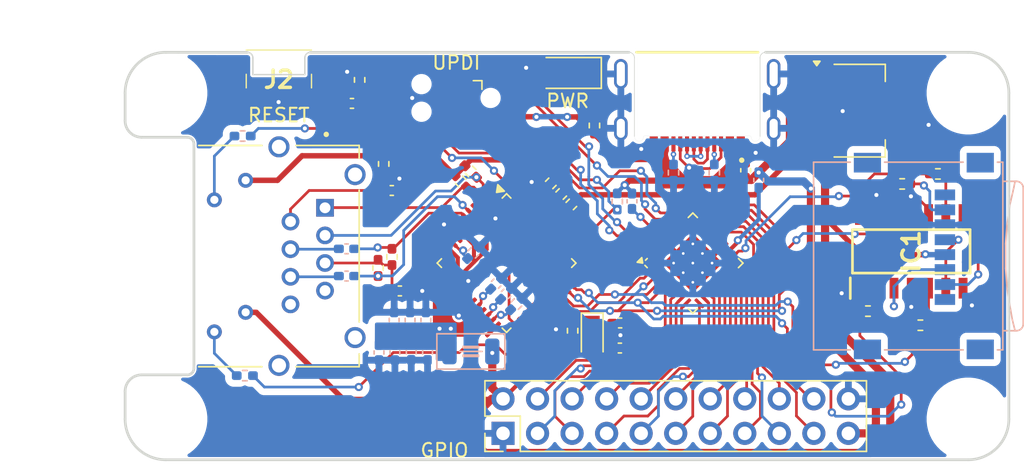
<source format=kicad_pcb>
(kicad_pcb (version 20240108) (generator "pcbnew") (generator_version "8.0")
  (layers (0 "F.Cu" signal) (31 "B.Cu" signal) (34 "B.Paste" user) (35 "F.Paste" user) (36 "B.SilkS" user "B.Silkscreen") (37 "F.SilkS" user "F.Silkscreen") (38 "B.Mask" user) (39 "F.Mask" user) (44 "Edge.Cuts" user))
  (net 0 "")
  (net 1 "GND")
  (net 2 "+5V")
  (net 3 "+3V3")
  (net 4 "Net-(IC1-1A)")
  (net 5 "Net-(IC1-3A)")
  (net 6 "CS_LLS")
  (net 7 "Net-(IC1-4A)")
  (net 8 "Net-(IC1-2A)")
  (net 9 "SCK_LLS")
  (net 10 "DI_LLS")
  (net 11 "DO_LLS")
  (net 12 "SPI_MOSI")
  (net 13 "RESET")
  (net 14 "SPI_MISO")
  (net 15 "SPI_SCK")
  (net 16 "/Serial_TX")
  (net 17 "/Serial_RX")
  (net 18 "SPI_SS")
  (net 19 "Net-(C1-Pad1)")
  (net 20 "Net-(J5-RCT)")
  (net 21 "Net-(J2-COM_2)")
  (net 25 "Net-(U3-XI{slash}CLKIN)")
  (net 26 "Net-(U3-XO)")
  (net 27 "Net-(U3-1V2O)")
  (net 28 "Net-(U3-TOCAP)")
  (net 29 "/ethernet/RX-")
  (net 30 "/ethernet/RX+")
  (net 31 "AVDD")
  (net 32 "TR1_TAP")
  (net 33 "/ethernet/LINK_LED")
  (net 34 "/ethernet/ACT_LED")
  (net 35 "TR0_TAP")
  (net 36 "Net-(U3-PMODE0)")
  (net 37 "Net-(U3-PMODE1)")
  (net 38 "Net-(U3-PMODE2)")
  (net 39 "Net-(U3-EXRES1)")
  (net 53 "/ethernet/RD-")
  (net 54 "/ethernet/RD+")
  (net 55 "/ethernet/TD+")
  (net 56 "/ethernet/TD-")
  (net 57 "Net-(J5-TCT)")
  (net 58 "Net-(J4-DP1)")
  (net 59 "Net-(J4-DN1)")
  (net 60 "Net-(J4-CC2)")
  (net 61 "SPI_CS")
  (net 64 "Net-(J4-CC1)")
  (net 65 "Net-(J5-LED1_DAT)")
  (net 66 "Net-(J5-LED2_DAT)")
  (net 67 "Net-(R13-Pad2)")
  (net 68 "/DIGF1")
  (net 69 "/DIGC2{slash}SDA")
  (net 70 "/DIGF2")
  (net 71 "/DIGF0")
  (net 72 "/DIGD2")
  (net 73 "/DIGD0")
  (net 74 "/DIGD5")
  (net 75 "/DIGF3")
  (net 76 "/DIGC3{slash}SCL")
  (net 77 "/DIGD1")
  (net 78 "/DIGF4")
  (net 79 "Net-(U1-VDD)")
  (net 80 "Net-(D1-A)")
  (net 81 "/DIGD6")
  (net 82 "/DIGD3")
  (net 83 "Net-(U1-AVDD)")
  (net 84 "/DIGD4")
  (net 85 "/DIGF5")
  (net 87 "Prog_RX")
  (net 88 "/UPDI")
  (net 89 "Prog_TX")
  (net 90 "/AN7")
  (net 91 "INTn")
  (footprint "Package_TO_SOT_SMD:SOT-223-3_TabPin2" (layer "F.Cu") (at 126.33 76.2675)
    (property "Reference" "U2" (hide yes))
    (property "Value" "LT1963AxST-3.3" (hide yes))
  )
  (footprint "Capacitor_SMD:C_0402_1005Metric_Pad0.74x0.62mm_HandSolder" (layer "F.Cu") (at 92.54 89.54)
    (property "Reference" "C7" (hide yes))
    (property "Value" "10nF" (hide yes))
  )
  (footprint "LogicLevelConverter:SOIC127P600X175-14N" (layer "F.Cu") (at 130.15 86.625 90)
    (property "Reference" "IC1")
    (property "Value" "SN74LVC125ADRG3" (hide yes))
  )
  (footprint "MountingPoints:RPI_MountingHole" (layer "F.Cu") (at 75.23 92.37)
    (property "Reference" "H2" (hide yes))
    (property "Value" "MountingHole" (hide yes))
  )
  (footprint "Resistor_SMD:R_0402_1005Metric_Pad0.72x0.64mm_HandSolder" (layer "F.Cu") (at 90.935 87.845 90)
    (property "Reference" "R15" (hide yes))
    (property "Value" "49R9" (hide yes))
  )
  (footprint "Resistor_SMD:R_0402_1005Metric_Pad0.72x0.64mm_HandSolder" (layer "F.Cu") (at 105.15 83.17 45)
    (property "Reference" "R11" (hide yes))
    (property "Value" "10k" (hide yes))
  )
  (footprint "Resistor_SMD:R_0402_1005Metric_Pad0.72x0.64mm_HandSolder" (layer "F.Cu") (at 103.64 81.62 45)
    (property "Reference" "R9" (hide yes))
    (property "Value" "10k" (hide yes))
  )
  (footprint "LED_SMD:LED_1206_3216Metric_Pad1.42x1.75mm_HandSolder" (layer "F.Cu") (at 104.895 73.49 180)
    (property "Reference" "D1" (hide yes))
    (property "Value" "PWR")
  )
  (footprint "Button_Switch_Sidemount:EVPAEDB2A" (layer "F.Cu") (at 83.64 72.09 180)
    (property "Reference" "J2")
    (property "Value" "RESET" (hide yes))
  )
  (footprint "Resistor_SMD:R_0402_1005Metric_Pad0.72x0.64mm_HandSolder" (layer "F.Cu") (at 105.245 92.47 -90)
    (property "Reference" "R12" (hide yes))
    (property "Value" "1M" (hide yes))
  )
  (footprint "Resistor_SMD:R_0402_1005Metric_Pad0.72x0.64mm_HandSolder" (layer "F.Cu") (at 104.405 82.405 45)
    (property "Reference" "R10" (hide yes))
    (property "Value" "10k" (hide yes))
  )
  (footprint "Resistor_SMD:R_0402_1005Metric_Pad0.72x0.64mm_HandSolder" (layer "F.Cu") (at 126.965 91.025)
    (property "Reference" "R3" (hide yes))
    (property "Value" "3.3k" (hide yes))
  )
  (footprint "Capacitor_SMD:C_0402_1005Metric_Pad0.74x0.62mm_HandSolder" (layer "F.Cu") (at 108.74 91.9)
    (property "Reference" "C6" (hide yes))
    (property "Value" "10pF" (hide yes))
  )
  (footprint "Connector_Ethernet:TE_1888250-3" (layer "F.Cu") (at 83.645 86.975 -90)
    (property "Reference" "J5" (hide yes))
    (property "Value" "1888250-3" (hide yes))
    (fp_line (start -8.25 6.25) (end 8.25 6.25) (stroke (width 0.2)) (layer "Edge.Cuts"))
    (fp_arc (start -8.75 6.75) (mid -8.603553 6.396447) (end -8.25 6.25) (stroke (width 0.2)) (layer "Edge.Cuts"))
    (fp_arc (start 8.25 6.25) (mid 8.603553 6.396447) (end 8.75 6.75) (stroke (width 0.2)) (layer "Edge.Cuts"))
  )
  (footprint "Capacitor_SMD:C_0402_1005Metric_Pad0.74x0.62mm_HandSolder" (layer "F.Cu") (at 89.015 75.7325 180)
    (property "Reference" "C1" (hide yes))
    (property "Value" "0.1 uF" (hide yes))
  )
  (footprint "MountingPoints:RPI_MountingHole" (layer "F.Cu") (at 134.23 68.37)
    (property "Reference" "H3" (hide yes))
    (property "Value" "MountingHole" (hide yes))
  )
  (footprint "Package_QFP:LQFP-48_7x7mm_P0.5mm" (layer "F.Cu") (at 100.385 87.49 -45)
    (property "Reference" "U3" (hide yes))
    (property "Value" "W5500" (hide yes))
  )
  (footprint "Connector:Tag-Connect_TC2030-IDC-NL_2x03_P1.27mm_Vertical" (layer "F.Cu") (at 96.67 75.33 180)
    (property "Reference" "J1" (hide yes))
    (property "Value" "UPDI")
  )
  (footprint "Resistor_SMD:R_0402_1005Metric_Pad0.72x0.64mm_HandSolder" (layer "F.Cu") (at 130.82 92.065)
    (property "Reference" "R4" (hide yes))
    (property "Value" "3.3k" (hide yes))
  )
  (footprint "Capacitor_SMD:C_0402_1005Metric_Pad0.74x0.62mm_HandSolder" (layer "F.Cu") (at 117.97 80.655 90)
    (property "Reference" "C4" (hide yes))
    (property "Value" "10uF" (hide yes))
  )
  (footprint "Resistor_SMD:R_0402_1005Metric_Pad0.72x0.64mm_HandSolder" (layer "F.Cu") (at 91.35 80.19 -90)
    (property "Reference" "R19" (hide yes))
    (property "Value" "10R" (hide yes))
  )
  (footprint "Crystal:Crystal_SMD_TXC_9HT11-2Pin_2.0x1.2mm_HandSoldering" (layer "F.Cu") (at 106.685 92.82 -90)
    (property "Reference" "X1" (hide yes))
    (property "Value" "25MHz" (hide yes))
  )
  (footprint "Resistor_SMD:R_0402_1005Metric_Pad0.72x0.64mm_HandSolder" (layer "F.Cu") (at 132.11 80.925 180)
    (property "Reference" "R6" (hide yes))
    (property "Value" "3.3k" (hide yes))
  )
  (footprint "Resistor_SMD:R_0402_1005Metric_Pad0.72x0.64mm_HandSolder" (layer "F.Cu") (at 89.58 74.0025 -90)
    (property "Reference" "R1" (hide yes))
    (property "Value" "1K" (hide yes))
  )
  (footprint "Resistor_SMD:R_0402_1005Metric_Pad0.72x0.64mm_HandSolder" (layer "F.Cu") (at 97.745 80.745 -45)
    (property "Reference" "R16" (hide yes))
    (property "Value" "49R9" (hide yes))
  )
  (footprint "MountingPoints:RPI_MountingHole" (layer "F.Cu") (at 134.23 92.37)
    (property "Reference" "H4" (hide yes))
    (property "Value" "MountingHole" (hide yes))
  )
  (footprint "Package_DFN_QFN:QFN-32-1EP_5x5mm_P0.5mm_EP3.1x3.1mm_ThermalVias" (layer "F.Cu") (at 114.085115 87.49 45)
    (property "Reference" "U1" (hide yes))
    (property "Value" "ATmega3208-M" (hide yes))
  )
  (footprint "MountingPoints:RPI_MountingHole" (layer "F.Cu") (at 75.23 68.37)
    (property "Reference" "H1" (hide yes))
    (property "Value" "MountingHole" (hide yes))
  )
  (footprint "Resistor_SMD:R_0402_1005Metric_Pad0.72x0.64mm_HandSolder" (layer "F.Cu") (at 129.48 81.66)
    (property "Reference" "R5" (hide yes))
    (property "Value" "3.3k" (hide yes))
  )
  (footprint "Resistor_SMD:R_0402_1005Metric_Pad0.72x0.64mm_HandSolder" (layer "F.Cu") (at 106.85 77.36 -90)
    (property "Reference" "R22" (hide yes))
    (property "Value" "1k" (hide yes))
  )
  (footprint "Capacitor_SMD:C_0402_1005Metric_Pad0.74x0.62mm_HandSolder" (layer "F.Cu") (at 108.72 93.745)
    (property "Reference" "C5" (hide yes))
    (property "Value" "10pF" (hide yes))
  )
  (footprint "Capacitor_SMD:C_0402_1005Metric_Pad0.74x0.62mm_HandSolder" (layer "F.Cu") (at 91.945 82.145 180)
    (property "Reference" "C10" (hide yes))
    (property "Value" "22nF" (hide yes))
  )
  (footprint "Connector_PinHeader_2.54mm:PinHeader_2x11_P2.54mm_Vertical" (layer "F.Cu") (at 100.125 100.025 90)
    (property "Reference" "J6" (hide yes))
    (property "Value" "GPIO")
  )
  (footprint "Resistor_SMD:R_0402_1005Metric_Pad0.72x0.64mm_HandSolder" (layer "F.Cu") (at 91.96 87.035 -90)
    (property "Reference" "R14" (hide yes))
    (property "Value" "49R9" (hide yes))
  )
  (footprint "Resistor_SMD:R_0402_1005Metric_Pad0.72x0.64mm_HandSolder" (layer "F.Cu") (at 97.015 81.475 -45)
    (property "Reference" "R18" (hide yes))
    (property "Value" "49R9" (hide yes))
  )
  (footprint "PowerJack:GCT_USB4500-03-0-A_REVA1" (layer "F.Cu") (at 114.41 73.565 180)
    (property "Reference" "J4" (hide yes))
    (property "Value" "USB4500-03-0-A_REVA1" (hide yes))
    (fp_line (start 3.82 -4.55) (end -3.82 -4.55) (stroke (width 0.01)) (layer "Edge.Cuts"))
    (fp_arc (start 4.27 -4.95) (mid 4.517487 -4.847487) (end 4.62 -4.6) (stroke (width 0.01)) (layer "Edge.Cuts"))
    (fp_arc (start 3.97 -4.67) (mid 4.06201 -4.872132) (end 4.27 -4.95) (stroke (width 0.01)) (layer "Edge.Cuts"))
    (fp_arc (start 3.97 -4.67) (mid 3.919853 -4.578934) (end 3.82 -4.55) (stroke (width 0.01)) (layer "Edge.Cuts"))
    (fp_arc (start -3.82 -4.55) (mid -3.919853 -4.578934) (end -3.97 -4.67) (stroke (width 0.01)) (layer "Edge.Cuts"))
    (fp_arc (start -4.27 -4.95) (mid -4.06201 -4.872132) (end -3.97 -4.67) (stroke (width 0.01)) (layer "Edge.Cuts"))
    (fp_arc (start -4.62 -4.6) (mid -4.517487 -4.847487) (end -4.27 -4.95) (stroke (width 0.01)) (layer "Edge.Cuts"))
  )
  (footprint "Resistor_SMD:R_0402_1005Metric_Pad0.72x0.64mm_HandSolder" (layer "B.Cu") (at 108.525 82.955 90)
    (property "Reference" "R2" (hide yes))
    (property "Value" "10K" (hide yes))
  )
  (footprint "Capacitor_SMD:C_0402_1005Metric_Pad0.74x0.62mm_HandSolder" (layer "B.Cu") (at 100.35 89.755 45)
    (property "Reference" "C8" (hide yes))
    (property "Value" "10nF" (hide yes))
  )
  (footprint "Capacitor_SMD:C_0402_1005Metric_Pad0.74x0.62mm_HandSolder" (layer "B.Cu") (at 109.61 82.935 -90)
    (property "Reference" "C2" (hide yes))
    (property "Value" "100n" (hide yes))
  )
  (footprint "Capacitor_SMD:C_0402_1005Metric_Pad0.74x0.62mm_HandSolder" (layer "B.Cu") (at 92.12 91.68 90)
    (property "Reference" "C15" (hide yes))
    (property "Value" "0.1uF" (hide yes))
  )
  (footprint "Capacitor_SMD:C_0402_1005Metric_Pad0.74x0.62mm_HandSolder" (layer "B.Cu") (at 94.575 94.0625 -90)
    (property "Reference" "C18" (hide yes))
    (property "Value" "0.1uF" (hide yes))
  )
  (footprint "Resistor_SMD:R_0402_1005Metric_Pad0.72x0.64mm_HandSolder" (layer "B.Cu") (at 112.665 80.83 90)
    (property "Reference" "R7" (hide yes))
    (property "Value" "5.1k" (hide yes))
  )
  (footprint "Capacitor_SMD:C_0402_1005Metric_Pad0.74x0.62mm_HandSolder" (layer "B.Cu") (at 99.618717 89.006283 45)
    (property "Reference" "C9" (hide yes))
    (property "Value" "4.7uF" (hide yes))
  )
  (footprint "Connector_Card:microSD_HC_Wuerth_693072010801" (layer "B.Cu") (at 131.075 86.97 90)
    (property "Reference" "J3" (hide yes))
    (property "Value" "Micro_SD_Card_Det1" (hide yes))
  )
  (footprint "Resistor_SMD:R_0402_1005Metric_Pad0.72x0.64mm_HandSolder" (layer "B.Cu") (at 101.103717 90.506283 -135)
    (property "Reference" "R13" (hide yes))
    (property "Value" "10k" (hide yes))
  )
  (footprint "Resistor_SMD:R_0402_1005Metric_Pad0.72x0.64mm_HandSolder" (layer "B.Cu") (at 115.665 80.825 90)
    (property "Reference" "R8" (hide yes))
    (property "Value" "5.1k" (hide yes))
  )
  (footprint "Resistor_SMD:R_0402_1005Metric_Pad0.72x0.64mm_HandSolder" (layer "B.Cu") (at 80.9725 78.135)
    (property "Reference" "R21" (hide yes))
    (property "Value" "330R" (hide yes))
  )
  (footprint "Capacitor_SMD:C_0402_1005Metric_Pad0.74x0.62mm_HandSolder" (layer "B.Cu") (at 93.29 91.68 90)
    (property "Reference" "C14" (hide yes))
    (property "Value" "0.1uF" (hide yes))
  )
  (footprint "PCM_Ferrite_SMD_Handsoldering_AKL:Ferrite_1206_3216Metric" (layer "B.Cu") (at 97.76 93.995 180)
    (property "Reference" "FB1" (hide yes))
    (property "Value" "470" (hide yes))
  )
  (footprint "Capacitor_SMD:C_0402_1005Metric_Pad0.74x0.62mm_HandSolder" (layer "B.Cu") (at 91.005 94.0725 -90)
    (property "Reference" "C19" (hide yes))
    (property "Value" "10uF" (hide yes))
  )
  (footprint "Capacitor_SMD:C_0402_1005Metric_Pad0.74x0.62mm_HandSolder" (layer "B.Cu") (at 88.6175 88.445)
    (property "Reference" "C11" (hide yes))
    (property "Value" "6.8nF" (hide yes))
  )
  (footprint "Resistor_SMD:R_0402_1005Metric_Pad0.72x0.64mm_HandSolder" (layer "B.Cu") (at 97.945 86.73 -135)
    (property "Reference" "R17" (hide yes))
    (property "Value" "12.4k" (hide yes))
  )
  (footprint "Capacitor_SMD:C_0402_1005Metric_Pad0.74x0.62mm_HandSolder" (layer "B.Cu") (at 93.375 94.0525 -90)
    (property "Reference" "C17" (hide yes))
    (property "Value" "0.1uF" (hide yes))
  )
  (footprint "Capacitor_SMD:C_0402_1005Metric_Pad0.74x0.62mm_HandSolder" (layer "B.Cu") (at 118.93 81.375 -90)
    (property "Reference" "C3" (hide yes))
    (property "Value" "100n" (hide yes))
  )
  (footprint "Capacitor_SMD:C_0402_1005Metric_Pad0.74x0.62mm_HandSolder" (layer "B.Cu") (at 92.175 94.0725 -90)
    (property "Reference" "C16" (hide yes))
    (property "Value" "0.1uF" (hide yes))
  )
  (footprint "Resistor_SMD:R_0402_1005Metric_Pad0.72x0.64mm_HandSolder" (layer "B.Cu") (at 81.1375 95.775)
    (property "Reference" "R20" (hide yes))
    (property "Value" "330R" (hide yes))
  )
  (footprint "Capacitor_SMD:C_0402_1005Metric_Pad0.74x0.62mm_HandSolder" (layer "B.Cu") (at 94.45 91.68 90)
    (property "Reference" "C13" (hide yes))
    (property "Value" "0.1uF" (hide yes))
  )
  (footprint "Capacitor_SMD:C_0402_1005Metric_Pad0.74x0.62mm_HandSolder" (layer "B.Cu") (at 88.6175 86.44)
    (property "Reference" "C12" (hide yes))
    (property "Value" "6.8nF" (hide yes))
  )
  (gr_line (start 76.89 95.72) (end 73.551449 95.720018) (stroke (width 0.2)) (layer "Edge.Cuts"))
  (gr_arc (start 137.33 98.97) (mid 136.45132 101.09132) (end 134.33 101.97) (stroke (width 0.2)) (layer "Edge.Cuts"))
  (gr_line (start 85.55 73.61) (end 81.73 73.61) (stroke (width 0.1)) (layer "Edge.Cuts"))
  (gr_line (start 137.33 98.97) (end 137.33 74.97) (stroke (width 0.2)) (layer "Edge.Cuts"))
  (gr_arc (start 73.539027 78.223553) (mid 72.681485 77.863289) (end 72.330017 77.002104) (stroke (width 0.2)) (layer "Edge.Cuts"))
  (gr_arc (start 85.55 72.38) (mid 85.668622 72.093622) (end 85.955 71.975) (stroke (width 0.1)) (layer "Edge.Cuts"))
  (gr_line (start 81.73 73.61) (end 81.73 72.38) (stroke (width 0.1)) (layer "Edge.Cuts"))
  (gr_arc (start 119.03 72.375) (mid 119.148622 72.088622) (end 119.435 71.97) (stroke (width 0.05)) (layer "Edge.Cuts"))
  (gr_line (start 75.33 101.97) (end 134.33 101.97) (stroke (width 0.2)) (layer "Edge.Cuts"))
  (gr_arc (start 109.385 71.97) (mid 109.671378 72.088622) (end 109.79 72.375) (stroke (width 0.05)) (layer "Edge.Cuts"))
  (gr_line (start 81.325 71.975) (end 75.33 71.97) (stroke (width 0.2)) (layer "Edge.Cuts"))
  (gr_line (start 109.79 78.165) (end 109.79 72.375) (stroke (width 0.05)) (layer "Edge.Cuts"))
  (gr_arc (start 72.33 74.97) (mid 73.20868 72.84868) (end 75.33 71.97) (stroke (width 0.2)) (layer "Edge.Cuts"))
  (gr_arc (start 72.33 96.929028) (mid 72.690264 96.071485) (end 73.551449 95.720018) (stroke (width 0.2)) (layer "Edge.Cuts"))
  (gr_line (start 109.385 71.97) (end 85.955 71.975) (stroke (width 0.2)) (layer "Edge.Cuts"))
  (gr_arc (start 81.325 71.975) (mid 81.611378 72.093622) (end 81.73 72.38) (stroke (width 0.1)) (layer "Edge.Cuts"))
  (gr_line (start 72.33 74.97) (end 72.330017 77.002104) (stroke (width 0.2)) (layer "Edge.Cuts"))
  (gr_line (start 85.55 72.38) (end 85.55 73.61) (stroke (width 0.1)) (layer "Edge.Cuts"))
  (gr_line (start 76.89 78.223553) (end 73.539027 78.223553) (stroke (width 0.2)) (layer "Edge.Cuts"))
  (gr_line (start 134.33 71.97) (end 119.435 71.97) (stroke (width 0.2)) (layer "Edge.Cuts"))
  (gr_line (start 119.03 78.165) (end 119.03 72.375) (stroke (width 0.05)) (layer "Edge.Cuts"))
  (gr_arc (start 75.33 101.97) (mid 73.20868 101.09132) (end 72.33 98.97) (stroke (width 0.2)) (layer "Edge.Cuts"))
  (gr_arc (start 134.33 71.97) (mid 136.45132 72.84868) (end 137.33 74.97) (stroke (width 0.2)) (layer "Edge.Cuts"))
  (gr_line (start 72.33 96.929028) (end 72.33 98.97) (stroke (width 0.2)) (layer "Edge.Cuts"))
  (gr_text "RESET" (at 83.63 77.185 0) (layer "F.SilkS") (effects (font (size 1 1)) (justify bottom)))
  (segment (start 103.4075 73.49) (end 102.205 73.49) (width 0.2) (layer "F.Cu") (net 1))
  (segment (start 101.387876 82.602124) (end 102.26 81.73) (width 0.2) (layer "F.Cu") (net 1))
  (segment (start 134.61 90.58) (end 134.61 90.605) (width 0.2) (layer "F.Cu") (net 1))
  (segment (start 125.0725 76.2675) (end 125.105 76.3) (width 0.3) (layer "F.Cu") (net 1))
  (segment (start 113.995 80.53) (end 115.332107 80.53) (width 0.2) (layer "F.Cu") (net 1))
  (segment (start 123.18 76.2675) (end 125.0725 76.2675) (width 0.3) (layer "F.Cu") (net 1))
  (segment (start 113.16 79.832107) (end 113.792893 80.465) (width 0.2) (layer "F.Cu") (net 1))
  (segment (start 130.125 82.575) (end 130.4995 82.575) (width 0.2) (layer "F.Cu") (net 1))
  (segment (start 117.61 78.715) (end 118.26 79.365) (width 0.2) (layer "F.Cu") (net 1))
  (segment (start 110.29 79.09) (end 110.835 79.09) (width 0.2) (layer "F.Cu") (net 1))
  (segment (start 118.7 79.365) (end 118.705 79.37) (width 0.2) (layer "F.Cu") (net 1))
  (segment (start 102.26 81.73) (end 102.26 81.55) (width 0.2) (layer "F.Cu") (net 1))
  (segment (start 83.62 75.635) (end 83.62 74.485) (width 0.2) (layer "F.Cu") (net 1))
  (segment (start 127.61 83.913) (end 127.61 82.5) (width 0.2) (layer "F.Cu") (net 1))
  (segment (start 95.785 84.66) (end 95.785 84.645) (width 0.2) (layer "F.Cu") (net 1))
  (segment (start 133.96 89.93) (end 134.61 90.58) (width 0.2) (layer "F.Cu") (net 1))
  (segment (start 113.81 80.482107) (end 113.832893 80.505) (width 0.2) (layer "F.Cu") (net 1))
  (segment (start 97.57 88.805) (end 97.36 88.805) (width 0.2) (layer "F.Cu") (net 1))
  (segment (start 92.5125 82.145) (end 92.5125 81.2775) (width 0.2) (layer "F.Cu") (net 1))
  (segment (start 99.223513 83.853639) (end 98.679105 83.309231) (width 0.2) (layer "F.Cu") (net 1))
  (segment (start 109.2875 93.3275) (end 109.2875 93.745) (width 0.2) (layer "F.Cu") (net 1))
  (segment (start 113.81 80.465) (end 113.93 80.465) (width 0.2) (layer "F.Cu") (net 1))
  (segment (start 99.223513 83.858903) (end 99.223513 83.853639) (width 0.2) (layer "F.Cu") (net 1))
  (segment (start 97.36 88.805) (end 97.33 88.775) (width 0.2) (layer "F.Cu") (net 1))
  (segment (start 113.792893 80.465) (end 113.81 80.465) (width 0.2) (layer "F.Cu") (net 1))
  (segment (start 109.3075 92.2525) (end 109.3075 91.9) (width 0.2) (layer "F.Cu") (net 1))
  (segment (start 97.302234 88.805) (end 96.557785 89.549449) (width 0.2) (layer "F.Cu") (net 1))
  (segment (start 97.57 88.805) (end 97.302234 88.805) (width 0.2) (layer "F.Cu") (net 1))
  (segment (start 95.4 75.965) (end 94.77 75.335) (width 0.2) (layer "F.Cu") (net 1))
  (segment (start 94.185 89.54) (end 94.19 89.535) (width 0.2) (layer "F.Cu") (net 1))
  (segment (start 125.03 89.71) (end 125.967 89.71) (width 0.2) (layer "F.Cu") (net 1))
  (segment (start 117.9875 80.0875) (end 118.705 79.37) (width 0.2) (layer "F.Cu") (net 1))
  (segment (start 96.555551 85.430551) (end 95.785 84.66) (width 0.2) (layer "F.Cu") (net 1))
  (segment (start 129.48 76.2675) (end 130.3775 76.2675) (width 0.3) (layer "F.Cu") (net 1))
  (segment (start 102.26 81.55) (end 102.23 81.52) (width 0.2) (layer "F.Cu") (net 1))
  (segment (start 130.15 90.715) (end 130.15 89.337) (width 0.2) (layer "F.Cu") (net 1))
  (segment (start 108.76 92.8) (end 109.3075 92.2525) (width 0.2) (layer "F.Cu") (net 1))
  (segment (start 118.26 79.365) (end 118.7 79.365) (width 0.2) (layer "F.Cu") (net 1))
  (segment (start 94.185 89.54) (end 93.1075 89.54) (width 0.2) (layer "F.Cu") (net 1))
  (segment (start 102.798002 90.963662) (end 104.02 92.18566) (width 0.2) (layer "F.Cu") (net 1))
  (segment (start 95.15802 89.535) (end 95.850678 88.842342) (width 0.2) (layer "F.Cu") (net 1))
  (segment (start 94.19 89.535) (end 95.15802 89.535) (width 0.2) (layer "F.Cu") (net 1))
  (segment (start 110.835 79.09) (end 111.21 78.715) (width 0.2) (layer "F.Cu") (net 1))
  (segment (start 130.4995 82.575) (end 131.42 83.4955) (width 0.2) (layer "F.Cu") (net 1))
  (segment (start 130.3775 76.2675) (end 131.425 77.315) (width 0.3) (layer "F.Cu") (net 1))
  (segment (start 99.567703 84.203093) (end 99.223513 83.858903) (width 0.2) (layer "F.Cu") (net 1))
  (segment (start 116.339018 86.296757) (end 115.499329 87.136446) (width 0.2) (layer "F.Cu") (net 1))
  (segment (start 96.874672 91.353881) (end 97.618444 90.610109) (width 0.2) (layer "F.Cu") (net 1))
  (segment (start 102.205 73.49) (end 101.825 73.11) (width 0.2) (layer "F.Cu") (net 1))
  (segment (start 92.5125 81.2775) (end 92.505 81.27) (width 0.2) (layer "F.Cu") (net 1))
  (segment (start 115.332107 80.53) (end 116.16 79.702107) (width 0.2) (layer "F.Cu") (net 1))
  (segment (start 125.967 89.71) (end 126.34 89.337) (width 0.2) (layer "F.Cu") (net 1))
  (segment (start 94.77 75.335) (end 93.445 75.335) (width 0.2) (layer "F.Cu") (net 1))
  (segment (start 113.16 78.715) (end 113.16 79.832107) (width 0.2) (layer "F.Cu") (net 1))
  (segment (start 108.76 92.8) (end 109.2875 93.3275) (width 0.2) (layer "F.Cu") (net 1))
  (segment (start 113.93 80.465) (end 113.995 80.53) (width 0.2) (layer "F.Cu") (net 1))
  (segment (start 88.66 73.405) (end 89.58 73.405) (width 0.2) (layer "F.Cu") (net 1))
  (segment (start 113.832893 80.505) (end 113.835 80.505) (width 0.2) (layer "F.Cu") (net 1))
  (segment (start 112.184766 85.943204) (end 113.024455 86.782893) (width 0.2) (layer "F.Cu") (net 1))
  (segment (start 127.61 82.5) (end 127.585 82.475) (width 0.2) (layer "F.Cu") (net 1))
  (segment (start 113.81 80.465) (end 113.81 80.482107) (width 0.2) (layer "F.Cu") (net 1))
  (segment (start 104.02 92.18566) (end 104.02 92.365) (width 0.2) (layer "F.Cu") (net 1))
  (segment (start 116.16 79.702107) (end 116.16 78.715) (width 0.2) (layer "F.Cu") (net 1))
  (via (at 118.705 79.37) (size 0.6) (drill 0.3) (layers "F.Cu" "B.Cu") (net 1))
  (via (at 125.105 76.3) (size 0.6) (drill 0.3) (layers "F.Cu" "B.Cu") (net 1))
  (via (at 130.125 82.575) (size 0.6) (drill 0.3) (layers "F.Cu" "B.Cu") (net 1))
  (via (at 130.15 90.715) (size 0.6) (drill 0.3) (layers "F.Cu" "B.Cu") (net 1))
  (via (at 131.425 77.315) (size 0.6) (drill 0.3) (layers "F.Cu" "B.Cu") (net 1))
  (via (at 88.66 73.405) (size 0.6) (drill 0.3) (layers "F.Cu" "B.Cu") (net 1))
  (via (at 92.505 81.27) (size 0.6) (drill 0.3) (layers "F.Cu" "B.Cu") (net 1))
  (via (at 93.445 75.335) (size 0.6) (drill 0.3) (layers "F.Cu" "B.Cu") (net 1))
  (via (at 96.874672 91.353881) (size 0.6) (drill 0.3) (layers "F.Cu" "B.Cu") (net 1))
  (via (at 94.185 89.54) (size 0.6) (drill 0.3) (layers "F.Cu" "B.Cu") (net 1))
  (via (at 134.61 90.605) (size 0.6) (drill 0.3) (layers "F.Cu" "B.Cu") (net 1))
  (via (at 110.29 79.09) (size 0.6) (drill 0.3) (layers "F.Cu" "B.Cu") (net 1))
  (via (at 101.825 73.11) (size 0.6) (drill 0.3) (layers "F.Cu" "B.Cu") (net 1))
  (via (at 127.585 82.475) (size 0.6) (drill 0.3) (layers "F.Cu" "B.Cu") (net 1))
  (via (at 95.785 84.645) (size 0.6) (drill 0.3) (layers "F.Cu" "B.Cu") (net 1))
  (via (at 108.76 92.8) (size 0.6) (drill 0.3) (layers "F.Cu" "B.Cu") (net 1))
  (via (at 83.62 75.635) (size 0.6) (drill 0.3) (layers "F.Cu" "B.Cu") (net 1))
  (via (at 125.03 89.71) (size 0.6) (drill 0.3) (layers "F.Cu" "B.Cu") (net 1))
  (via (at 102.23 81.52) (size 0.6) (drill 0.3) (layers "F.Cu" "B.Cu") (net 1))
  (via (at 104.02 92.365) (size 0.6) (drill 0.3) (layers "F.Cu" "B.Cu") (net 1))
  (via (at 113.81 80.465) (size 0.6) (drill 0.3) (layers "F.Cu" "B.Cu") (net 1))
  (via (at 99.567703 84.203093) (size 0.6) (drill 0.3) (layers "F.Cu" "B.Cu") (net 1))
  (via (at 97.57 88.805) (size 0.6) (drill 0.3) (layers "F.Cu" "B.Cu") (net 1))
  (segment (start 127.55 99.455) (end 126.98 100.025) (width 0.6) (layer "F.Cu") (net 2))
  (segment (start 109.4 81.42) (end 112.475 81.42) (width 0.45) (layer "F.Cu") (net 2))
  (segment (start 126.98 100.025) (end 125.525 100.025) (width 0.6) (layer "F.Cu") (net 2))
  (segment (start 121.225 78.525) (end 121.225 78.515) (width 0.6) (layer "F.Cu") (net 2))
  (segment (start 121.225 75.415) (end 122.6725 73.9675) (width 0.6) (layer "F.Cu") (net 2))
  (segment (start 104.842108 76.727892) (end 105.577892 76.727892) (width 0.4) (layer "F.Cu") (net 2))
  (segment (start 108.71 79.86) (end 111.975 79.86) (width 0.4) (layer "F.Cu") (net 2))
  (segment (start 98.691765 76.716765) (end 97.94 75.965) (width 0.4) (layer "F.Cu") (net 2))
  (segment (start 122.77 82.005) (end 122.77 91.84) (width 0.6) (layer "F.Cu") (net 2))
  (segment (start 121.215 78.505) (end 121.225 78.495) (width 0.6) (layer "F.Cu") (net 2))
  (segment (start 118.385 81.365) (end 118.925 80.825) (width 0.6) (layer "F.Cu") (net 2))
  (segment (start 122.77 91.84) (end 127.55 96.62) (width 0.6) (layer "F.Cu") (net 2))
  (segment (start 116.38 81.365) (end 118.385 81.365) (width 0.6) (layer "F.Cu") (net 2))
  (segment (start 118.925 80.825) (end 121.225 78.525) (width 0.6) (layer "F.Cu") (net 2))
  (segment (start 102.568235 76.716765) (end 98.691765 76.716765) (width 0.4) (layer "F.Cu") (net 2))
  (segment (start 105.577892 76.727892) (end 108.71 79.86) (width 0.4) (layer "F.Cu") (net 2))
  (segment (start 109.075 81.745) (end 109.4 81.42) (width 0.45) (layer "F.Cu") (net 2))
  (segment (start 121.225 78.495) (end 121.225 75.415) (width 0.6) (layer "F.Cu") (net 2))
  (segment (start 127.55 96.62) (end 127.55 99.455) (width 0.6) (layer "F.Cu") (net 2))
  (segment (start 121.225 78.515) (end 121.215 78.505) (width 0.6) (layer "F.Cu") (net 2))
  (segment (start 102.580735 76.729265) (end 102.568235 76.716765) (width 0.4) (layer "F.Cu") (net 2))
  (via (at 109.075 81.745) (size 0.6) (drill 0.3) (layers "F.Cu" "B.Cu") (net 2))
  (via (at 118.925 80.825) (size 0.6) (drill 0.3) (layers "F.Cu" "B.Cu") (net 2))
  (via (at 104.842108 76.727892) (size 0.6) (drill 0.3) (layers "F.Cu" "B.Cu") (net 2))
  (via (at 102.580735 76.729265) (size 0.6) (drill 0.3) (layers "F.Cu" "B.Cu") (net 2))
  (via (at 122.77 82.005) (size 0.6) (drill 0.3) (layers "F.Cu" "B.Cu") (net 2))
  (segment (start 104.842108 76.727892) (end 104.829216 76.715) (width 0.4) (layer "B.Cu") (net 2))
  (segment (start 104.829216 76.715) (end 102.595 76.715) (width 0.4) (layer "B.Cu") (net 2))
  (segment (start 119.624184 81.48) (end 118.951684 80.8075) (width 0.6) (layer "B.Cu") (net 2))
  (segment (start 102.595 76.715) (end 102.580735 76.729265) (width 0.4) (layer "B.Cu") (net 2))
  (segment (start 109.075 81.745) (end 109.61 82.28) (width 0.3) (layer "B.Cu") (net 2))
  (segment (start 109.075 81.745) (end 108.525 82.295) (width 0.3) (layer "B.Cu") (net 2))
  (segment (start 122.77 82.005) (end 122.245 81.48) (width 0.6) (layer "B.Cu") (net 2))
  (segment (start 122.245 81.48) (end 119.624184 81.48) (width 0.6) (layer "B.Cu") (net 2))
  (segment (start 123.972 83.913) (end 126.34 83.913) (width 0.3) (layer "F.Cu") (net 3))
  (segment (start 128.605 96.185) (end 123.81 91.39) (width 0.6) (layer "F.Cu") (net 3))
  (segment (start 88.387817 97.53) (end 81.972817 91.115) (width 0.4) (layer "F.Cu") (net 3))
  (segment (start 103.355 92.227766) (end 102.444449 91.317215) (width 0.3) (layer "F.Cu") (net 3))
  (segment (start 102.754992 79.89) (end 97.755008 79.89) (width 0.4) (layer "F.Cu") (net 3))
  (segment (start 98.08 98.7) (end 98.08 100.74) (width 0.6) (layer "F.Cu") (net 3))
  (segment (start 100.14 97.485) (end 103.355 94.27) (width 0.3) (layer "F.Cu") (net 3))
  (segment (start 105.572496 82.747504) (end 105.86 82.46) (width 0.4) (layer "F.Cu") (net 3))
  (segment (start 103.355 94.27) (end 103.355 92.227766) (width 0.3) (layer "F.Cu") (net 3))
  (segment (start 91.3525 79.59) (end 95.13 79.59) (width 0.4) (layer "F.Cu") (net 3))
  (segment (start 96.592504 81.052504) (end 97.322504 80.322504) (width 0.4) (layer "F.Cu") (net 3))
  (segment (start 97.755008 79.89) (end 97.322504 80.322504) (width 0.4) (layer "F.Cu") (net 3))
  (segment (start 123.835 84.175) (end 126.53 86.87) (width 0.4) (layer "F.Cu") (net 3))
  (segment (start 85.345 79.59) (end 91.3475 79.59) (width 0.4) (layer "F.Cu") (net 3))
  (segment (start 98.0775 98.6975) (end 99.29 97.485) (width 0.6) (layer "F.Cu") (net 3))
  (segment (start 105.572496 82.727504) (end 104.827496 81.982504) (width 0.4) (layer "F.Cu") (net 3))
  (segment (start 81.972817 91.115) (end 81.195 91.115) (width 0.4) (layer "F.Cu") (net 3))
  (segment (start 104.827496 81.962504) (end 104.062496 81.197504) (width 0.4) (layer "F.Cu") (net 3))
  (segment (start 126.53 86.87) (end 131.16 86.87) (width 0.4) (layer "F.Cu") (net 3))
  (segment (start 98.08 100.74) (end 98.81 101.47) (width 0.6) (layer "F.Cu") (net 3))
  (segment (start 128.605 100.03) (end 128.605 96.185) (width 0.6) (layer "F.Cu") (net 3))
  (segment (start 118.655 82.46) (end 122.5475 78.5675) (width 0.4) (layer "F.Cu") (net 3))
  (segment (start 100.08 97.53) (end 88.387817 97.53) (width 0.4) (layer "F.Cu") (net 3))
  (segment (start 127.165 101.47) (end 128.605 100.03) (width 0.6) (layer "F.Cu") (net 3))
  (segment (start 98.0775 98.6975) (end 98.08 98.7) (width 0.6) (layer "F.Cu") (net 3))
  (segment (start 99.335 96.695) (end 100.125 97.485) (width 0.6) (layer "F.Cu") (net 3))
  (segment (start 104.062496 81.197504) (end 102.754992 79.89) (width 0.4) (layer "F.Cu") (net 3))
  (segment (start 83.54 81.395) (end 85.345 79.59) (width 0.4) (layer "F.Cu") (net 3))
  (segment (start 98.81 101.47) (end 127.165 101.47) (width 0.6) (layer "F.Cu") (net 3))
  (segment (start 81.195 81.395) (end 83.54 81.395) (width 0.4) (layer "F.Cu") (net 3))
  (segment (start 123.81 91.39) (end 123.81 79.1975) (width 0.6) (layer "F.Cu") (net 3))
  (segment (start 95.13 79.59) (end 96.592504 81.052504) (width 0.4) (layer "F.Cu") (net 3))
  (segment (start 123.835 84.05) (end 123.972 83.913) (width 0.3) (layer "F.Cu") (net 3))
  (segment (start 99.29 97.485) (end 100.125 97.485) (width 0.6) (layer "F.Cu") (net 3))
  (segment (start 105.86 82.46) (end 118.655 82.46) (width 0.4) (layer "F.Cu") (net 3))
  (segment (start 123.81 79.1975) (end 123.18 78.5675) (width 0.6) (layer "F.Cu") (net 3))
  (segment (start 99.335 94.105) (end 99.335 96.695) (width 0.6) (layer "F.Cu") (net 3))
  (via (at 99.335 94.105) (size 0.6) (drill 0.3) (layers "F.Cu" "B.Cu") (net 3))
  (via (at 131.19 86.84) (size 0.6) (drill 0.3) (layers "F.Cu" "B.Cu") (net 3))
  (segment (start 131.19 86.84) (end 131.16 86.87) (width 0.4) (layer "B.Cu") (net 3))
  (segment (start 132.625 86.87) (end 131.22 86.87) (width 0.4) (layer "B.Cu") (net 3))
  (segment (start 131.22 86.87) (end 131.19 86.84) (width 0.4) (layer "B.Cu") (net 3))
  (segment (start 127.6075 90.98) (end 127.6075 89.3395) (width 0.2) (layer "F.Cu") (net 4))
  (segment (start 132.69 83.913) (end 132.69 80.9425) (width 0.2) (layer "F.Cu") (net 5))
  (segment (start 135.07 88.325) (end 135.07 85.023) (width 0.2) (layer "F.Cu") (net 6))
  (segment (start 135.07 85.023) (end 133.96 83.913) (width 0.2) (layer "F.Cu") (net 6))
  (via (at 135.07 88.325) (size 0.6) (drill 0.3) (layers "F.Cu" "B.Cu") (net 6))
  (segment (start 134.325 89.07) (end 132.625 89.07) (width 0.2) (layer "B.Cu") (net 6))
  (segment (start 135.07 88.325) (end 134.325 89.07) (width 0.2) (layer "B.Cu") (net 6))
  (segment (start 128.88 83.913) (end 128.88 81.6625) (width 0.2) (layer "F.Cu") (net 7))
  (segment (start 131.4175 92.065) (end 131.4175 89.3395) (width 0.2) (layer "F.Cu") (net 8))
  (segment (start 132.69 86.695) (end 132.69 89.337) (width 0.2) (layer "F.Cu") (net 9))
  (segment (start 133.615 85.77) (end 132.69 86.695) (width 0.2) (layer "F.Cu") (net 9))
  (via (at 133.615 85.77) (size 0.6) (drill 0.3) (layers "F.Cu" "B.Cu") (net 9))
  (segment (start 133.615 85.77) (end 132.625 85.77) (width 0.2) (layer "B.Cu") (net 9))
  (segment (start 128.88 90.665) (end 128.875 90.67) (width 0.2) (layer "F.Cu") (net 10))
  (segment (start 128.88 89.337) (end 128.88 90.665) (width 0.2) (layer "F.Cu") (net 10))
  (via (at 128.875 90.67) (size 0.6) (drill 0.3) (layers "F.Cu" "B.Cu") (net 10))
  (segment (start 128.875 90.67) (end 128.875 89.22) (width 0.2) (layer "B.Cu") (net 10))
  (segment (start 128.875 89.22) (end 130.125 87.97) (width 0.2) (layer "B.Cu") (net 10))
  (segment (start 130.125 87.97) (end 132.625 87.97) (width 0.2) (layer "B.Cu") (net 10))
  (segment (start 130.965 81.66) (end 131.08 81.775) (width 0.2) (layer "F.Cu") (net 11))
  (segment (start 130.0775 81.66) (end 130.965 81.66) (width 0.2) (layer "F.Cu") (net 11))
  (via (at 131.08 81.775) (size 0.6) (drill 0.3) (layers "F.Cu" "B.Cu") (net 11))
  (segment (start 131.515 83.41) (end 131.515 82.21) (width 0.2) (layer "B.Cu") (net 11))
  (segment (start 131.675 83.57) (end 131.515 83.41) (width 0.2) (layer "B.Cu") (net 11))
  (segment (start 132.625 83.57) (end 131.675 83.57) (width 0.2) (layer "B.Cu") (net 11))
  (segment (start 131.515 82.21) (end 131.08 81.775) (width 0.2) (layer "B.Cu") (net 11))
  (segment (start 129.41 97.91) (end 129.41 95.87) (width 0.2) (layer "F.Cu") (net 12))
  (segment (start 120.644335 91.92) (end 121.037597 92.313262) (width 0.2) (layer "F.Cu") (net 12))
  (segment (start 124.24 98.415) (end 124.31 98.485) (width 0.2) (layer "F.Cu") (net 12))
  (segment (start 110.033527 90.405) (end 110.816562 90.405) (width 0.2) (layer "F.Cu") (net 12))
  (segment (start 110.816562 90.405) (end 112.184766 89.036796) (width 0.2) (layer "F.Cu") (net 12))
  (segment (start 105.527028 89.450048) (end 104.919322 88.842342) (width 0.2) (layer "F.Cu") (net 12))
  (segment (start 121.037597 92.313262) (end 121.037597 94.213283) (width 0.2) (layer "F.Cu") (net 12))
  (segment (start 121.037597 94.213283) (end 122.206814 95.3825) (width 0.2) (layer "F.Cu") (net 12))
  (segment (start 105.892159 89.450048) (end 105.527028 89.450048) (width 0.2) (layer "F.Cu") (net 12))
  (segment (start 123.0675 95.3825) (end 124.24 96.555) (width 0.2) (layer "F.Cu") (net 12))
  (segment (start 106.434233 89.68533) (end 106.127441 89.68533) (width 0.2) (layer "F.Cu") (net 12))
  (segment (start 129.41 95.87) (end 126.3675 92.8275) (width 0.2) (layer "F.Cu") (net 12))
  (segment (start 124.24 96.555) (end 124.24 98.415) (width 0.2) (layer "F.Cu") (net 12))
  (segment (start 106.127441 89.68533) (end 105.892159 89.450048) (width 0.2) (layer "F.Cu") (net 12))
  (segment (start 126.3675 92.8275) (end 126.3675 91.025) (width 0.2) (layer "F.Cu") (net 12))
  (segment (start 122.206814 95.3825) (end 123.0675 95.3825) (width 0.2) (layer "F.Cu") (net 12))
  (segment (start 124.31 98.485) (end 124.305 98.49) (width 0.2) (layer "F.Cu") (net 12))
  (via (at 106.434233 89.68533) (size 0.6) (drill 0.3) (layers "F.Cu" "B.Cu") (net 12))
  (via (at 110.033527 90.405) (size 0.6) (drill 0.3) (layers "F.Cu" "B.Cu") (net 12))
  (via (at 129.41 97.91) (size 0.6) (drill 0.3) (layers "F.Cu" "B.Cu") (net 12))
  (via (at 120.644335 91.92) (size 0.6) (drill 0.3) (layers "F.Cu" "B.Cu") (net 12))
  (via (at 124.31 98.485) (size 0.6) (drill 0.3) (layers "F.Cu" "B.Cu") (net 12))
  (segment (start 110.033527 90.432056) (end 110.033527 90.405) (width 0.2) (layer "B.Cu") (net 12))
  (segment (start 106.434233 89.68533) (end 106.434233 89.744233) (width 0.2) (layer "B.Cu") (net 12))
  (segment (start 120.644335 91.92) (end 120.715 91.849335) (width 0.2) (layer "B.Cu") (net 12))
  (segment (start 120.715 91.849335) (end 120.715 91.82) (width 0.2) (layer "B.Cu") (net 12))
  (segment (start 128.475 98.765) (end 129.33 97.91) (width 0.2) (layer "B.Cu") (net 12))
  (segment (start 124.31 98.485) (end 124.59 98.765) (width 0.2) (layer "B.Cu") (net 12))
  (segment (start 120.644335 91.92) (end 120.644335 91.853529) (width 0.2) (layer "B.Cu") (net 12))
  (segment (start 111.703529 91.605) (end 111.206471 91.605) (width 0.2) (layer "B.Cu") (net 12))
  (segment (start 120.195806 91.405) (end 111.903529 91.405) (width 0.2) (layer "B.Cu") (net 12))
  (segment (start 129.33 97.91) (end 129.41 97.91) (width 0.2) (layer "B.Cu") (net 12))
  (segment (start 124.59 98.765) (end 128.475 98.765) (width 0.2) (layer "B.Cu") (net 12))
  (segment (start 106.434233 89.744233) (end 107.095 90.405) (width 0.2) (layer "B.Cu") (net 12))
  (segment (start 120.644335 91.853529) (end 120.195806 91.405) (width 0.2) (layer "B.Cu") (net 12))
  (segment (start 111.206471 91.605) (end 110.033527 90.432056) (width 0.2) (layer "B.Cu") (net 12))
  (segment (start 111.903529 91.405) (end 111.703529 91.605) (width 0.2) (layer "B.Cu") (net 12))
  (segment (start 129.41 97.91) (end 129.41 97.83) (width 0.2) (layer "B.Cu") (net 12))
  (segment (start 107.095 90.405) (end 110.033527 90.405) (width 0.2) (layer "B.Cu") (net 12))
  (segment (start 103.355686 78.99) (end 97.050686 78.99) (width 0.2) (layer "F.Cu") (net 13))
  (segment (start 108.525 83.5525) (end 108.211588 83.5525) (width 0.2) (layer "F.Cu") (net 13))
  (segment (start 105.725686 81.36) (end 103.355686 78.99) (width 0.2) (layer "F.Cu") (net 13))
  (segment (start 107.029265 81.36) (end 105.725686 81.36) (width 0.2) (layer "F.Cu") (net 13))
  (segment (start 95.965686 77.905) (end 90.62 77.905) (width 0.2) (layer "F.Cu") (net 13))
  (segment (start 85.3025 75.7325) (end 84.79 75.22) (width 0.2) (layer "F.Cu") (net 13))
  (segment (start 90.62 77.905) (end 88.4475 75.7325) (width 0.2) (layer "F.Cu") (net 13))
  (segment (start 84.79 75.22) (end 84.79 74.465) (width 0.2) (layer "F.Cu") (net 13))
  (segment (start 88.4475 75.7325) (end 85.3025 75.7325) (width 0.2) (layer "F.Cu") (net 13))
  (segment (start 108.211588 83.5525) (end 105.272876 86.491212) (width 0.2) (layer "F.Cu") (net 13))
  (segment (start 97.050686 78.99) (end 95.965686 77.905) (width 0.2) (layer "F.Cu") (net 13))
  (via (at 107.029265 81.36) (size 0.6) (drill 0.3) (layers "F.Cu" "B.Cu") (net 13))
  (via (at 108.525 83.5525) (size 0.6) (drill 0.3) (layers "F.Cu" "B.Cu") (net 13))
  (segment (start 107.905 82.235735) (end 107.905 82.9325) (width 0.2) (layer "B.Cu") (net 13))
  (segment (start 107.905 82.9325) (end 108.525 83.5525) (width 0.2) (layer "B.Cu") (net 13))
  (segment (start 107.029265 81.36) (end 107.905 82.235735) (width 0.2) (layer "B.Cu") (net 13))
  (segment (start 120.444335 90.805) (end 120.644335 91.005) (width 0.2) (layer "F.Cu") (net 14))
  (segment (start 129.157975 85.342525) (end 130.15 84.3505) (width 0.2) (layer "F.Cu") (net 14))
  (segment (start 105.419922 90.050048) (end 104.565769 89.195895) (width 0.2) (layer "F.Cu") (net 14))
  (segment (start 110.714455 89.8) (end 111.831212 88.683243) (width 0.2) (layer "F.Cu") (net 14))
  (segment (start 125.992475 85.342525) (end 129.157975 85.342525) (width 0.2) (layer "F.Cu") (net 14))
  (segment (start 108.4 91.005) (end 111.455 91.005) (width 0.2) (layer "F.Cu") (net 14))
  (segment (start 107.99 91.005) (end 108.4 91.005) (width 0.2) (layer "F.Cu") (net 14))
  (segment (start 108.4 91.005) (end 108.585 91.005) (width 0.2) (layer "F.Cu") (net 14))
  (segment (start 105.643632 90.18528) (end 105.614456 90.214456) (width 0.2) (layer "F.Cu") (net 14))
  (segment (start 108.585 91.005) (end 109.79 89.8) (width 0.2) (layer "F.Cu") (net 14))
  (segment (start 120.952872 89.312814) (end 120.444335 89.821351) (width 0.2) (layer "F.Cu") (net 14))
  (segment (start 111.455 91.005) (end 111.41 91.005) (width 0.2) (layer "F.Cu") (net 14))
  (segment (start 121.7025 85.7975) (end 120.952872 86.547128) (width 0.2) (layer "F.Cu") (net 14))
  (segment (start 105.643632 90.050048) (end 105.643632 90.18528) (width 0.2) (layer "F.Cu") (net 14))
  (segment (start 111.41 91.005) (end 111.405 91.01) (width 0.2) (layer "F.Cu") (net 14))
  (segment (start 109.79 89.8) (end 110.714455 89.8) (width 0.2) (layer "F.Cu") (net 14))
  (segment (start 120.952872 86.547128) (end 120.952872 89.312814) (width 0.2) (layer "F.Cu") (net 14))
  (segment (start 105.643632 90.050048) (end 105.419922 90.050048) (width 0.2) (layer "F.Cu") (net 14))
  (segment (start 120.444335 89.821351) (end 120.444335 90.805) (width 0.2) (layer "F.Cu") (net 14))
  (via (at 105.643632 90.050048) (size 0.6) (drill 0.3) (layers "F.Cu" "B.Cu") (net 14))
  (via (at 120.644335 91.005) (size 0.6) (drill 0.3) (layers "F.Cu" "B.Cu") (net 14))
  (via (at 125.992475 85.342525) (size 0.6) (drill 0.3) (layers "F.Cu" "B.Cu") (net 14))
  (via (at 111.455 91.005) (size 0.6) (drill 0.3) (layers "F.Cu" "B.Cu") (net 14))
  (via (at 121.7025 85.7975) (size 0.6) (drill 0.3) (layers "F.Cu" "B.Cu") (net 14))
  (via (at 107.99 91.005) (size 0.6) (drill 0.3) (layers "F.Cu" "B.Cu") (net 14))
  (segment (start 111.455 91.005) (end 120.745 91.005) (width 0.2) (layer "B.Cu") (net 14))
  (segment (start 105.643632 90.050048) (end 106.593584 91) (width 0.2) (layer "B.Cu") (net 14))
  (segment (start 120.644335 91.005) (end 120.745 91.005) (width 0.2) (layer "B.Cu") (net 14))
  (segment (start 106.593584 91) (end 107.985 91) (width 0.2) (layer "B.Cu") (net 14))
  (segment (start 121.7025 85.7975) (end 122.19 85.31) (width 0.2) (layer "B.Cu") (net 14))
  (segment (start 122.19 85.31) (end 125.95995 85.31) (width 0.2) (layer "B.Cu") (net 14))
  (segment (start 107.985 91) (end 107.99 91.005) (width 0.2) (layer "B.Cu") (net 14))
  (segment (start 125.95995 85.31) (end 125.992475 85.342525) (width 0.2) (layer "B.Cu") (net 14))
  (segment (start 110.47 89.185) (end 110.622348 89.185) (width 0.2) (layer "F.Cu") (net 15))
  (segment (start 105.312814 90.650048) (end 104.212215 89.549449) (width 0.2) (layer "F.Cu") (net 15))
  (segment (start 124.6025 94.9725) (end 124.6025 95.0175) (width 0.2) (layer "F.Cu") (net 15))
  (segment (start 121.066896 90.321896) (end 121.44 90.695) (width 0.2) (layer "F.Cu") (net 15))
  (segment (start 110.44 89.185) (end 110.455 89.2) (width 0.2) (layer "F.Cu") (net 15))
  (segment (start 122.3725 94.9825) (end 124.5925 94.9825) (width 0.2) (layer "F.Cu") (net 15))
  (segment (start 124.5925 94.9825) (end 124.6025 94.9725) (width 0.2) (layer "F.Cu") (net 15))
  (segment (start 107.2 89.8) (end 106.349952 90.650048) (width 0.2) (layer "F.Cu") (net 15))
  (segment (start 121.44 94.05) (end 122.3725 94.9825) (width 0.2) (layer "F.Cu") (net 15))
  (segment (start 108.353235 89.8) (end 107.2 89.8) (width 0.2) (layer "F.Cu") (net 15))
  (segment (start 130.2225 94.2175) (end 129.68 94.76) (width 0.2) (layer "F.Cu") (net 15))
  (segment (start 121.44 90.695) (end 121.44 94.05) (width 0.2) (layer "F.Cu") (net 15))
  (segment (start 130.2225 92.065) (end 130.2225 94.2175) (width 0.2) (layer "F.Cu") (net 15))
  (segment (start 110.455 89.2) (end 110.47 89.185) (width 0.2) (layer "F.Cu") (net 15))
  (segment (start 106.349952 90.650048) (end 105.312814 90.650048) (width 0.2) (layer "F.Cu") (net 15))
  (segment (start 121.060715 90.321896) (end 121.066896 90.321896) (width 0.2) (layer "F.Cu") (net 15))
  (segment (start 110.622348 89.185) (end 111.477659 88.329689) (width 0.2) (layer "F.Cu") (net 15))
  (via (at 108.353235 89.8) (size 0.6) (drill 0.3) (layers "F.Cu" "B.Cu") (net 15))
  (via (at 110.455 89.2) (size 0.6) (drill 0.3) (layers "F.Cu" "B.Cu") (net 15))
  (via (at 121.060715 90.321896) (size 0.6) (drill 0.3) (layers "F.Cu" "B.Cu") (net 15))
  (via (at 129.68 94.76) (size 0.6) (drill 0.3) (layers "F.Cu" "B.Cu") (net 15))
  (via (at 124.6025 94.9725) (size 0.6) (drill 0.3) (layers "F.Cu" "B.Cu") (net 15))
  (segment (start 124.6025 94.9725) (end 124.705 94.87) (width 0.2) (layer "B.Cu") (net 15))
  (segment (start 110.456765 89.2) (end 109.855 89.801765) (width 0.2) (layer "B.Cu") (net 15))
  (segment (start 109.855 89.801765) (end 109.855 89.8) (width 0.2) (layer "B.Cu") (net 15))
  (segment (start 111.86 90.405) (end 111.035 90.405) (width 0.2) (layer "B.Cu") (net 15))
  (segment (start 110.43 89.8) (end 109.65147 89.8) (width 0.2) (layer "B.Cu") (net 15))
  (segment (start 109.653235 89.801765) (end 109.855 89.801765) (width 0.2) (layer "B.Cu") (net 15))
  (segment (start 110.455 89.2) (end 110.498529 89.2) (width 0.2) (layer "B.Cu") (net 15))
  (segment (start 120.47891 90.321896) (end 120.195806 90.605) (width 0.2) (layer "B.Cu") (net 15))
  (segment (start 121.060715 90.321896) (end 120.47891 90.321896) (width 0.2) (layer "B.Cu") (net 15))
  (segment (start 110.26 89.185) (end 110.44 89.185) (width 0.2) (layer "B.Cu") (net 15))
  (segment (start 112.06 90.605) (end 111.86 90.405) (width 0.2) (layer "B.Cu") (net 15))
  (segment (start 120.195806 90.605) (end 112.06 90.605) (width 0.2) (layer "B.Cu") (net 15))
  (segment (start 109.855 89.8) (end 110.455 89.2) (width 0.2) (layer "B.Cu") (net 15))
  (segment (start 124.705 94.87) (end 129.57 94.87) (width 0.2) (layer "B.Cu") (net 15))
  (segment (start 108.353235 89.8) (end 109.65147 89.8) (width 0.2) (layer "B.Cu") (net 15))
  (segment (start 109.65147 89.8) (end 109.653235 89.801765) (width 0.2) (layer "B.Cu") (net 15))
  (segment (start 110.498529 89.2) (end 110.456765 89.2) (width 0.2) (layer "B.Cu") (net 15))
  (segment (start 129.57 94.87) (end 129.68 94.76) (width 0.2) (layer "B.Cu") (net 15))
  (segment (start 111.035 90.405) (end 110.43 89.8) (width 0.2) (layer "B.Cu") (net 15))
  (segment (start 105.834265 95.25) (end 106.034265 95.05) (width 0.2) (layer "F.Cu") (net 16))
  (segment (start 109.725685 95.05) (end 112.455 92.320686) (width 0.2) (layer "F.Cu") (net 16))
  (segment (start 105.829265 95.245) (end 105.66 95.245) (width 0.2) (layer "F.Cu") (net 16))
  (segment (start 112.455 92.320686) (end 112.455 90.180775) (width 0.2) (layer "F.Cu") (net 16))
  (segment (start 106.034265 95.05) (end 109.725685 95.05) (width 0.2) (layer "F.Cu") (net 16))
  (segment (start 105.834265 95.25) (end 105.829265 95.245) (width 0.2) (layer "F.Cu") (net 16))
  (segment (start 112.455 90.180775) (end 112.891872 89.743903) (width 0.2) (layer "F.Cu") (net 16))
  (via (at 105.834265 95.25) (size 0.6) (drill 0.3) (layers "F.Cu" "B.Cu") (net 16))
  (segment (start 103.93 98.76) (end 102.665 100.025) (width 0.2) (layer "B.Cu") (net 16))
  (segment (start 103.93 96.89) (end 103.93 98.76) (width 0.2) (layer "B.Cu") (net 16))
  (segment (start 105.834265 95.25) (end 105.57 95.25) (width 0.2) (layer "B.Cu") (net 16))
  (segment (start 105.57 95.25) (end 103.93 96.89) (width 0.2) (layer "B.Cu") (net 16))
  (segment (start 106.482794 95.45) (end 106.082794 95.85) (width 0.2) (layer "F.Cu") (net 17))
  (segment (start 112.855 92.486372) (end 109.891372 95.45) (width 0.2) (layer "F.Cu") (net 17))
  (segment (start 112.855 90.487882) (end 112.855 92.486372) (width 0.2) (layer "F.Cu") (net 17))
  (segment (start 109.891372 95.45) (end 106.482794 95.45) (width 0.2) (layer "F.Cu") (net 17))
  (segment (start 113.245426 90.097456) (end 112.855 90.487882) (width 0.2) (layer "F.Cu") (net 17))
  (segment (start 106.082794 95.85) (end 104.985 95.85) (width 0.2) (layer "F.Cu") (net 17))
  (segment (start 103.945 98.765) (end 105.205 100.025) (width 0.2) (layer "F.Cu") (net 17))
  (segment (start 104.985 95.85) (end 103.945 96.89) (width 0.2) (layer "F.Cu") (net 17))
  (segment (start 103.945 96.89) (end 103.945 98.765) (width 0.2) (layer "F.Cu") (net 17))
  (segment (start 110.206471 88.6) (end 110.495 88.6) (width 0.2) (layer "F.Cu") (net 18))
  (segment (start 106.515638 91.050048) (end 107.165686 90.4) (width 0.2) (layer "F.Cu") (net 18))
  (segment (start 109.025 89.781471) (end 110.206471 88.6) (width 0.2) (layer "F.Cu") (net 18))
  (segment (start 103.858662 89.903002) (end 105.005708 91.050048) (width 0.2) (layer "F.Cu") (net 18))
  (segment (start 109.025 89.976764) (end 109.025 89.781471) (width 0.2) (layer "F.Cu") (net 18))
  (segment (start 108.601764 90.4) (end 109.025 89.976764) (width 0.2) (layer "F.Cu") (net 18))
  (segment (start 105.005708 91.050048) (end 106.515638 91.050048) (width 0.2) (layer "F.Cu") (net 18))
  (segment (start 110.495 88.6) (end 111.118864 87.976136) (width 0.2) (layer "F.Cu") (net 18))
  (segment (start 107.165686 90.4) (end 108.601764 90.4) (width 0.2) (layer "F.Cu") (net 18))
  (segment (start 89.5825 75.7325) (end 89.5825 74.6025) (width 0.2) (layer "F.Cu") (net 19))
  (segment (start 90.935 87.2475) (end 91.32 87.6325) (width 0.2) (layer "F.Cu") (net 20))
  (segment (start 91.96 89.5275) (end 91.96 87.6325) (width 0.2) (layer "F.Cu") (net 20))
  (segment (start 90.6995 87.483) (end 90.935 87.2475) (width 0.2) (layer "F.Cu") (net 20))
  (segment (start 91.32 87.6325) (end 91.96 87.6325) (width 0.2) (layer "F.Cu") (net 20))
  (segment (start 87.035 87.483) (end 90.6995 87.483) (width 0.2) (layer "F.Cu") (net 20))
  (segment (start 83.4525 76.3425) (end 82.49 75.38) (width 0.2) (layer "F.Cu") (net 21))
  (segment (start 108.705 80.695) (end 107.44 81.96) (width 0.2) (layer "F.Cu") (net 21))
  (segment (start 103.19 79.39) (end 96.885 79.39) (width 0.2) (layer "F.Cu") (net 21))
  (segment (start 105.76 81.96) (end 103.19 79.39) (width 0.2) (layer "F.Cu") (net 21))
  (segment (start 82.49 75.38) (end 82.49 74.465) (width 0.2) (layer "F.Cu") (net 21))
  (segment (start 110.263291 80.695) (end 108.705 80.695) (width 0.2) (layer "F.Cu") (net 21))
  (segment (start 96.885 79.39) (end 95.8 78.305) (width 0.2) (layer "F.Cu") (net 21))
  (segment (start 95.8 78.305) (end 90.454314 78.305) (width 0.2) (layer "F.Cu") (net 21))
  (segment (start 90.454314 78.305) (end 88.491814 76.3425) (width 0.2) (layer "F.Cu") (net 21))
  (segment (start 88.491814 76.3425) (end 83.4525 76.3425) (width 0.2) (layer "F.Cu") (net 21))
  (segment (start 107.44 81.96) (end 105.76 81.96) (width 0.2) (layer "F.Cu") (net 21))
  (segment (start 111.70853 83.8) (end 112.17 83.8) (width 0.2) (layer "F.Cu") (net 21))
  (segment (start 111.359265 83.450735) (end 111.70853 83.8) (width 0.2) (layer "F.Cu") (net 21))
  (segment (start 112.17 83.8) (end 113.245426 84.875426) (width 0.2) (layer "F.Cu") (net 21))
  (via (at 110.263291 80.695) (size 0.6) (drill 0.3) (layers "F.Cu" "B.Cu") (net 21))
  (via (at 111.359265 83.450735) (size 0.6) (drill 0.3) (layers "F.Cu" "B.Cu") (net 21))
  (segment (start 111.359265 83.450735) (end 111.359265 83.079265) (width 0.2) (layer "B.Cu") (net 21))
  (segment (start 111.359265 83.079265) (end 110.705 82.425) (width 0.2) (layer "B.Cu") (net 21))
  (segment (start 110.705 82.425) (end 110.705 81.136709) (width 0.2) (layer "B.Cu") (net 21))
  (segment (start 110.705 81.136709) (end 110.263291 80.695) (width 0.2) (layer "B.Cu") (net 21))
  (segment (start 106.685 93.745) (end 108.1525 93.745) (width 0.2) (layer "F.Cu") (net 25))
  (segment (start 105.245 93.0675) (end 106.0075 93.0675) (width 0.2) (layer "F.Cu") (net 25))
  (segment (start 104.62 92.078554) (end 104.62 92.59) (width 0.2) (layer "F.Cu") (net 25))
  (segment (start 104.62 92.59) (end 105.0975 93.0675) (width 0.2) (layer "F.Cu") (net 25))
  (segment (start 103.151555 90.610109) (end 104.62 92.078554) (width 0.2) (layer "F.Cu") (net 25))
  (segment (start 106.0075 93.0675) (end 106.685 93.745) (width 0.2) (layer "F.Cu") (net 25))
  (segment (start 103.505109 90.256555) (end 105.121054 91.8725) (width 0.2) (layer "F.Cu") (net 26))
  (segment (start 105.245 91.8725) (end 106.6625 91.8725) (width 0.2) (layer "F.Cu") (net 26))
  (segment (start 106.685 91.895) (end 108.1675 91.895) (width 0.2) (layer "F.Cu") (net 26))
  (segment (start 99.455 90.794295) (end 99.455 90.89) (width 0.2) (layer "F.Cu") (net 27))
  (segment (start 99.399465 90.73876) (end 99.455 90.794295) (width 0.2) (layer "F.Cu") (net 27))
  (segment (start 99.399465 90.73876) (end 99.399465 90.945535) (width 0.2) (layer "F.Cu") (net 27))
  (segment (start 99.399465 90.945535) (end 98.679105 91.665895) (width 0.2) (layer "F.Cu") (net 27))
  (via (at 99.399465 90.73876) (size 0.6) (drill 0.3) (layers "F.Cu" "B.Cu") (net 27))
  (segment (start 99.399465 90.705535) (end 99.948717 90.156283) (width 0.2) (layer "B.Cu") (net 27))
  (segment (start 99.399465 90.73876) (end 99.399465 90.705535) (width 0.2) (layer "B.Cu") (net 27))
  (segment (start 98.655 89.95) (end 98.655 89.915) (width 0.2) (layer "F.Cu") (net 28))
  (segment (start 97.971998 90.963662) (end 98.516406 90.419254) (width 0.2) (layer "F.Cu") (net 28))
  (segment (start 98.516406 90.419254) (end 98.516406 90.088594) (width 0.2) (layer "F.Cu") (net 28))
  (segment (start 98.516406 90.088594) (end 98.655 89.95) (width 0.2) (layer "F.Cu") (net 28))
  (segment (start 98.69 89.915) (end 98.625 89.98) (width 0.2) (layer "F.Cu") (net 28))
  (segment (start 98.655 89.915) (end 98.69 89.915) (width 0.2) (layer "F.Cu") (net 28))
  (via (at 98.655 89.915) (size 0.6) (drill 0.3) (layers "F.Cu" "B.Cu") (net 28))
  (segment (start 98.655 89.915) (end 98.71 89.915) (width 0.2) (layer "B.Cu") (net 28))
  (segment (start 98.71 89.915) (end 99.217434 89.407566) (width 0.2) (layer "B.Cu") (net 28))
  (segment (start 97.951338 84.016338) (end 97.15 83.215) (width 0.2) (layer "F.Cu") (net 29))
  (via (at 97.15 83.215) (size 0.6) (drill 0.3) (layers "F.Cu" "B.Cu") (net 29))
  (via (at 90.935 88.435) (size 0.6) (drill 0.3) (layers "F.Cu" "B.Cu") (net 29))
  (segment (start 97.15 83.195) (end 97.15 83.215) (width 0.2) (layer "B.Cu") (net 29))
  (segment (start 89.185 88.445) (end 90.925 88.445) (width 0.2) (layer "B.Cu") (net 29))
  (segment (start 96.555 82.6) (end 97.15 83.195) (width 0.2) (layer "B.Cu") (net 29))
  (segment (start 91.99 88.435) (end 92.82 87.605) (width 0.2) (layer "B.Cu") (net 29))
  (segment (start 92.82 85.09) (end 95.31 82.6) (width 0.2) (layer "B.Cu") (net 29))
  (segment (start 90.925 88.445) (end 90.935 88.435) (width 0.2) (layer "B.Cu") (net 29))
  (segment (start 92.82 87.605) (end 92.82 85.09) (width 0.2) (layer "B.Cu") (net 29))
  (segment (start 90.935 88.435) (end 91.99 88.435) (width 0.2) (layer "B.Cu") (net 29))
  (segment (start 95.31 82.6) (end 96.555 82.6) (width 0.2) (layer "B.Cu") (net 29))
  (segment (start 94.67 83.815) (end 97.063554 83.815) (width 0.2) (layer "F.Cu") (net 30))
  (segment (start 90.905 86.34) (end 91.8625 86.34) (width 0.2) (layer "F.Cu") (net 30))
  (segment (start 92.0475 86.4375) (end 94.67 83.815) (width 0.2) (layer "F.Cu") (net 30))
  (segment (start 97.063554 83.815) (end 97.618445 84.369891) (width 0.2) (layer "F.Cu") (net 30))
  (via (at 90.905 86.34) (size 0.6) (drill 0.3) (layers "F.Cu" "B.Cu") (net 30))
  (segment (start 89.185 86.44) (end 90.805 86.44) (width 0.2) (layer "B.Cu") (net 30))
  (segment (start 90.805 86.44) (end 90.905 86.34) (width 0.2) (layer "B.Cu") (net 30))
  (segment (start 96.204231 89.195895) (end 97.987563 87.412563) (width 0.3) (layer "F.Cu") (net 31))
  (segment (start 96.204231 89.195895) (end 95.335 90.065126) (width 0.3) (layer "F.Cu") (net 31))
  (segment (start 96.911338 85.076998) (end 97.987563 86.153223) (width 0.3) (layer "F.Cu") (net 31))
  (segment (start 97.987563 87.412563) (end 98.919958 86.480168) (width 0.3) (layer "F.Cu") (net 31))
  (segment (start 96.911338 89.903002) (end 96.01 90.80434) (width 0.3) (layer "F.Cu") (net 31))
  (segment (start 95.335 90.065126) (end 95.335 90.515) (width 0.3) (layer "F.Cu") (net 31))
  (segment (start 97.987563 86.153223) (end 97.987563 87.412563) (width 0.3) (layer "F.Cu") (net 31))
  (segment (start 98.919958 84.257192) (end 98.325551 83.662785) (width 0.3) (layer "F.Cu") (net 31))
  (segment (start 97.345 92.12) (end 97.33 92.105) (width 0.3) (layer "F.Cu") (net 31))
  (segment (start 98.325551 91.317215) (end 97.522766 92.12) (width 0.3) (layer "F.Cu") (net 31))
  (segment (start 96.204231 89.195895) (end 96.798639 88.601487) (width 0.3) (layer "F.Cu") (net 31))
  (segment (start 97.522766 92.12) (end 97.345 92.12) (width 0.3) (layer "F.Cu") (net 31))
  (segment (start 96.798639 87.085619) (end 95.850678 86.137658) (width 0.3) (layer "F.Cu") (net 31))
  (segment (start 98.919958 86.480168) (end 98.919958 84.257192) (width 0.3) (layer "F.Cu") (net 31))
  (segment (start 96.798639 88.601487) (end 96.798639 87.085619) (width 0.3) (layer "F.Cu") (net 31))
  (via (at 96.285 92.32) (size 0.6) (drill 0.3) (layers "F.Cu" "B.Cu") (net 31))
  (via (at 95.455 92.32) (size 0.6) (drill 0.3) (layers "F.Cu" "B.Cu") (net 31))
  (segment (start 100.36 81.6) (end 99.46 80.7) (width 0.2) (layer "F.Cu") (net 33))
  (segment (start 90.288628 78.705) (end 89.158628 77.575) (width 0.2) (layer "F.Cu") (net 33))
  (segment (start 95.335 78.705) (end 90.288628 78.705) (width 0.2) (layer "F.Cu") (net 33))
  (segment (start 100.57 83.45) (end 100.36 83.24) (width 0.2) (layer "F.Cu") (net 33))
  (segment (start 100.36 83.24) (end 100.36 81.6) (width 0.2) (layer "F.Cu") (net 33))
  (segment (start 85.55 77.575) (end 85.55 77.56) (width 0.2) (layer "F.Cu") (net 33))
  (segment (start 89.158628 77.575) (end 85.565 77.575) (width 0.2) (layer "F.Cu") (net 33))
  (segment (start 99.46 80.7) (end 99.46 80.69) (width 0.2) (layer "F.Cu") (net 33))
  (segment (start 85.565 77.575) (end 85.55 77.575) (width 0.2) (layer "F.Cu") (net 33))
  (segment (start 101.383788 92.377876) (end 100.57 91.564088) (width 0.2) (layer "F.Cu") (net 33))
  (segment (start 96.375 79.745) (end 95.335 78.705) (width 0.2) (layer "F.Cu") (net 33))
  (segment (start 85.55 77.56) (end 85.565 77.575) (width 0.2) (layer "F.Cu") (net 33))
  (segment (start 100.57 91.564088) (end 100.57 83.45) (width 0.2) (layer "F.Cu") (net 33))
  (via (at 96.375 79.745) (size 0.6) (drill 0.3) (layers "F.Cu" "B.Cu") (net 33))
  (via (at 85.55 77.575) (size 0.6) (drill 0.3) (layers "F.Cu" "B.Cu") (net 33))
  (via (at 99.46 80.69) (size 0.6) (drill 0.3) (layers "F.Cu" "B.Cu") (net 33))
  (segment (start 96.375 79.745) (end 98.515 79.745) (width 0.2) (layer "B.Cu") (net 33))
  (segment (start 82.13 77.575) (end 85.55 77.575) (width 0.2) (layer "B.Cu") (net 33))
  (segment (start 98.515 79.745) (end 99.46 80.69) (width 0.2) (layer "B.Cu") (net 33))
  (segment (start 81.57 78.135) (end 82.13 77.575) (width 0.2) (layer "B.Cu") (net 33))
  (segment (start 101.528604 94.2) (end 102.905 92.823604) (width 0.2) (layer "F.Cu") (net 34))
  (segment (start 97.48 93.505) (end 99.583528 93.505) (width 0.2) (layer "F.Cu") (net 34))
  (segment (start 100.278528 94.2) (end 101.528604 94.2) (width 0.2) (layer "F.Cu") (net 34))
  (segment (start 89.515 96.615) (end 92.055 94.075) (width 0.2) (layer "F.Cu") (net 34))
  (segment (start 99.583528 93.505) (end 100.278528 94.2) (width 0.2) (layer "F.Cu") (net 34))
  (segment (start 102.905 92.484874) (end 102.090895 91.670769) (width 0.2) (layer "F.Cu") (net 34))
  (segment (start 96.91 94.075) (end 97.48 93.505) (width 0.2) (layer "F.Cu") (net 34))
  (segment (start 92.055 94.075) (end 96.91 94.075) (width 0.2) (layer "F.Cu") (net 34))
  (segment (start 102.905 92.823604) (end 102.905 92.484874) (width 0.2) (layer "F.Cu") (net 34))
  (via (at 89.515 96.615) (size 0.6) (drill 0.3) (layers "F.Cu" "B.Cu") (net 34))
  (segment (start 89.515 96.615) (end 82.575 96.615) (width 0.2) (layer "B.Cu") (net 34))
  (segment (start 82.575 96.615) (end 81.735 95.775) (width 0.2) (layer "B.Cu") (net 34))
  (segment (start 102.444449 83.662785) (end 103.217504 82.88973) (width 0.2) (layer "F.Cu") (net 36))
  (segment (start 103.217504 82.88973) (end 103.217504 82.042496) (width 0.2) (layer "F.Cu") (net 36))
  (segment (start 102.798002 84.011998) (end 103.982504 82.827496) (width 0.2) (layer "F.Cu") (net 37))
  (segment (start 103.151555 84.369891) (end 103.92895 83.592496) (width 0.2) (layer "F.Cu") (net 38))
  (segment (start 103.92895 83.592496) (end 104.727504 83.592496) (width 0.2) (layer "F.Cu") (net 38))
  (segment (start 96.978273 86.558147) (end 96.204231 85.784105) (width 0.2) (layer "F.Cu") (net 39))
  (segment (start 97.190406 86.558147) (end 96.978273 86.558147) (width 0.2) (layer "F.Cu") (net 39))
  (via (at 97.190406 86.558147) (size 0.6) (drill 0.3) (layers "F.Cu" "B.Cu") (net 39))
  (segment (start 97.190406 86.558147) (end 97.190406 86.820398) (width 0.2) (layer "B.Cu") (net 39))
  (segment (start 97.190406 86.820398) (end 97.522504 87.152496) (width 0.2) (layer "B.Cu") (net 39))
  (segment (start 84.495 88.499) (end 87.996 88.499) (width 0.2) (layer "B.Cu") (net 53))
  (segment (start 84.495 86.467) (end 88.023 86.467) (width 0.2) (layer "B.Cu") (net 54))
  (segment (start 95.625 83.405) (end 97.132504 81.897496) (width 0.2) (layer "F.Cu") (net 55))
  (segment (start 87.049 83.405) (end 95.625 83.405) (width 0.2) (layer "F.Cu") (net 55))
  (segment (start 97.974476 81.897496) (end 97.437496 81.897496) (width 0.2) (layer "F.Cu") (net 55))
  (segment (start 99.032658 82.955678) (end 97.974476 81.897496) (width 0.2) (layer "F.Cu") (net 55))
  (segment (start 97.132504 81.897496) (end 97.437496 81.897496) (width 0.2) (layer "F.Cu") (net 55))
  (segment (start 98.665 81.665) (end 98.167496 81.167496) (width 0.2) (layer "F.Cu") (net 56))
  (segment (start 99.386212 82.602124) (end 98.665 81.880912) (width 0.2) (layer "F.Cu") (net 56))
  (segment (start 98.665 81.880912) (end 98.665 81.665) (width 0.2) (layer "F.Cu") (net 56))
  (via (at 98.167496 81.167496) (size 0.6) (drill 0.3) (layers "F.Cu" "B.Cu") (net 56))
  (segment (start 97.327504 81.167496) (end 96.31 82.185) (width 0.2) (layer "B.Cu") (net 56))
  (segment (start 95.159314 82.185) (end 91.893314 85.451) (width 0.2) (layer "B.Cu") (net 56))
  (segment (start 91.893314 85.451) (end 87.035 85.451) (width 0.2) (layer "B.Cu") (net 56))
  (segment (start 98.167496 81.167496) (end 97.327504 81.167496) (width 0.2) (layer "B.Cu") (net 56))
  (segment (start 96.31 82.185) (end 95.159314 82.185) (width 0.2) (layer "B.Cu") (net 56))
  (segment (start 84.495 84.435) (end 84.495 83.515762) (width 0.2) (layer "F.Cu") (net 57))
  (segment (start 85.865762 82.145) (end 91.3775 82.145) (width 0.2) (layer "F.Cu") (net 57))
  (segment (start 91.3775 82.145) (end 91.3775 81.105) (width 0.2) (layer "F.Cu") (net 57))
  (segment (start 84.495 83.515762) (end 85.865762 82.145) (width 0.2) (layer "F.Cu") (net 57))
  (segment (start 113.66 78.715) (end 113.66 79.625) (width 0.2) (layer "F.Cu") (net 58))
  (segment (start 114.66 78.715) (end 114.66 79.63) (width 0.2) (layer "F.Cu") (net 58))
  (via (at 113.66 79.625) (size 0.4) (drill 0.2) (layers "F.Cu" "B.Cu") (net 58))
  (via (at 114.66 79.63) (size 0.4) (drill 0.2) (layers "F.Cu" "B.Cu") (net 58))
  (segment (start 113.66 79.625) (end 114.655 79.625) (width 0.2) (layer "B.Cu") (net 58))
  (segment (start 114.655 79.625) (end 114.66 79.63) (width 0.2) (layer "B.Cu") (net 58))
  (segment (start 115.16 79.286471) (end 115.1625 79.283971) (width 0.2) (layer "F.Cu") (net 59))
  (segment (start 114.16 78.715) (end 114.16 79.837107) (width 0.2) (layer "F.Cu") (net 59))
  (segment (start 114.16 79.837107) (end 114.452893 80.13) (width 0.2) (layer "F.Cu") (net 59))
  (segment (start 115.16 79.837107) (end 115.16 79.286471) (width 0.2) (layer "F.Cu") (net 59))
  (segment (start 115.16 78.715) (end 115.16 79.281471) (width 0.2) (layer "F.Cu") (net 59))
  (segment (start 114.452893 80.13) (end 114.867107 80.13) (width 0.2) (layer "F.Cu") (net 59))
  (segment (start 114.867107 80.13) (end 115.16 79.837107) (width 0.2) (layer "F.Cu") (net 59))
  (segment (start 115.16 79.281471) (end 115.1625 79.283971) (width 0.2) (layer "F.Cu") (net 59))
  (segment (start 112.66 79.48) (end 112.66 78.715) (width 0.2) (layer "F.Cu") (net 60))
  (via (at 112.66 79.48) (size 0.4) (drill 0.2) (layers "F.Cu" "B.Cu") (net 60))
  (segment (start 112.66 79.48) (end 112.66 80.2275) (width 0.2) (layer "B.Cu") (net 60))
  (segment (start 117.45 86.605) (end 117.051136 87.003864) (width 0.2) (layer "F.Cu") (net 61))
  (segment (start 117.735 86.605) (end 117.45 86.605) (width 0.2) (layer "F.Cu") (net 61))
  (segment (start 117.952872 86.384761) (end 117.952872 86.387128) (width 0.2) (layer "F.Cu") (net 61))
  (segment (start 124.825 82.555) (end 125.81 82.555) (width 0.2) (layer "F.Cu") (net 61))
  (segment (start 125.81 82.555) (end 127.44 80.925) (width 0.2) (layer "F.Cu") (net 61))
  (segment (start 117.952872 86.387128) (end 117.735 86.605) (width 0.2) (layer "F.Cu") (net 61))
  (segment (start 127.44 80.925) (end 131.5125 80.925) (width 0.2) (layer "F.Cu") (net 61))
  (segment (start 118.02 86.451889) (end 117.952872 86.384761) (width 0.2) (layer "F.Cu") (net 61))
  (via (at 124.825 82.555) (size 0.6) (drill 0.3) (layers "F.Cu" "B.Cu") (net 61))
  (via (at 117.952872 86.384761) (size 0.6) (drill 0.3) (layers "F.Cu" "B.Cu") (net 61))
  (segment (start 121.237866 82.605) (end 117.998235 85.844631) (width 0.2) (layer "B.Cu") (net 61))
  (segment (start 124.83 82.555) (end 124.78 82.605) (width 0.2) (layer "B.Cu") (net 61))
  (segment (start 117.998235 85.844631) (end 117.998235 86.339398) (width 0.2) (layer "B.Cu") (net 61))
  (segment (start 117.998235 86.339398) (end 117.952872 86.384761) (width 0.2) (layer "B.Cu") (net 61))
  (segment (start 124.78 82.605) (end 121.237866 82.605) (width 0.2) (layer "B.Cu") (net 61))
  (segment (start 115.66 79.495) (end 115.66 78.715) (width 0.2) (layer "F.Cu") (net 64))
  (via (at 115.66 79.495) (size 0.4) (drill 0.2) (layers "F.Cu" "B.Cu") (net 64))
  (segment (start 115.66 79.495) (end 115.66 80.2225) (width 0.2) (layer "B.Cu") (net 64))
  (segment (start 78.895 94.13) (end 80.54 95.775) (width 0.2) (layer "B.Cu") (net 65))
  (segment (start 78.895 92.555) (end 78.895 94.13) (width 0.2) (layer "B.Cu") (net 65))
  (segment (start 78.895 82.835) (end 78.895 79.615) (width 0.2) (layer "B.Cu") (net 66))
  (segment (start 78.895 79.615) (end 80.375 78.135) (width 0.2) (layer "B.Cu") (net 66))
  (segment (start 99.745828 91.304172) (end 99.032658 92.017342) (width 0.2) (layer "F.Cu") (net 67))
  (segment (start 99.965423 91.304172) (end 99.745828 91.304172) (width 0.2) (layer "F.Cu") (net 67))
  (via (at 99.965423 91.304172) (size 0.6) (drill 0.3) (layers "F.Cu" "B.Cu") (net 67))
  (segment (start 100.305828 91.304172) (end 100.681221 90.928779) (width 0.2) (layer "B.Cu") (net 67))
  (segment (start 99.965423 91.304172) (end 100.305828 91.304172) (width 0.2) (layer "B.Cu") (net 67))
  (segment (start 119.055 97.008654) (end 119.055 98.875) (width 0.2) (layer "F.Cu") (net 68))
  (segment (start 119.055 98.875) (end 117.905 100.025) (width 0.2) (layer "F.Cu") (net 68))
  (segment (start 118.444335 88.970686) (end 118.444335 96.397989) (width 0.2) (layer "F.Cu") (net 68))
  (segment (start 115.631911 85.588089) (end 116.411765 84.808235) (width 0.2) (layer "F.Cu") (net 68))
  (segment (start 118.952872 88.462149) (end 118.444335 88.970686) (width 0.2) (layer "F.Cu") (net 68))
  (segment (start 118.444335 96.397989) (end 119.055 97.008654) (width 0.2) (layer "F.Cu") (net 68))
  (segment (start 117.81245 84.808235) (end 118.952872 85.948657) (width 0.2) (layer "F.Cu") (net 68))
  (segment (start 118.952872 85.948657) (end 118.952872 88.462149) (width 0.2) (layer "F.Cu") (net 68))
  (segment (start 116.411765 84.808235) (end 117.81245 84.808235) (width 0.2) (layer "F.Cu") (net 68))
  (segment (start 110.057058 95.85) (end 113.255 92.652058) (width 0.2) (layer "F.Cu") (net 69))
  (segment (start 105.205 97.485) (end 106.84 95.85) (width 0.2) (layer "F.Cu") (net 69))
  (segment (start 113.255 90.794989) (end 113.598979 90.45101) (width 0.2) (layer "F.Cu") (net 69))
  (segment (start 106.84 95.85) (end 110.057058 95.85) (width 0.2) (layer "F.Cu") (net 69))
  (segment (start 113.255 92.652058) (end 113.255 90.794989) (width 0.2) (layer "F.Cu") (net 69))
  (segment (start 118.845 89.14) (end 118.844335 89.140665) (width 0.2) (layer "F.Cu") (net 70))
  (segment (start 118.845 89.135707) (end 118.845 89.14) (width 0.2) (layer "F.Cu") (net 70))
  (segment (start 119.155 95.915) (end 119.17 95.915) (width 0.2) (layer "F.Cu") (net 70))
  (segment (start 118.844335 95.604335) (end 119.155 95.915) (width 0.2) (layer "F.Cu") (net 70))
  (segment (start 115.278358 85.236097) (end 116.10622 84.408235) (width 0.2) (layer "F.Cu") (net 70))
  (segment (start 116.10622 84.408235) (end 117.978136 84.408235) (width 0.2) (layer "F.Cu") (net 70))
  (segment (start 118.844335 89.140665) (end 118.844335 95.604335) (width 0.2) (layer "F.Cu") (net 70))
  (segment (start 119.352872 88.627835) (end 118.845 89.135707) (width 0.2) (layer "F.Cu") (net 70))
  (segment (start 119.352872 85.782971) (end 119.352872 88.627835) (width 0.2) (layer "F.Cu") (net 70))
  (segment (start 117.978136 84.408235) (end 119.352872 85.782971) (width 0.2) (layer "F.Cu") (net 70))
  (segment (start 119.17 95.93) (end 119.11 95.87) (width 0.2) (layer "F.Cu") (net 70))
  (segment (start 119.17 95.915) (end 119.17 95.93) (width 0.2) (layer "F.Cu") (net 70))
  (via (at 119.17 95.915) (size 0.6) (drill 0.3) (layers "F.Cu" "B.Cu") (net 70))
  (segment (start 119.17 98.75) (end 120.445 100.025) (width 0.2) (layer "B.Cu") (net 70))
  (segment (start 119.17 95.915) (end 119.17 98.75) (width 0.2) (layer "B.Cu") (net 70))
  (segment (start 118.552872 88.296463) (end 118.044335 88.805) (width 0.2) (layer "F.Cu") (net 71))
  (segment (start 116.720433 85.208235) (end 117.646764 85.208235) (width 0.2) (layer "F.Cu") (net 71))
  (segment (start 117.646764 85.208235) (end 118.552872 86.114343) (width 0.2) (layer "F.Cu") (net 71))
  (segment (start 118.552872 86.114343) (end 118.552872 88.296463) (width 0.2) (layer "F.Cu") (net 71))
  (segment (start 115.985464 85.943204) (end 116.720433 85.208235) (width 0.2) (layer "F.Cu") (net 71))
  (segment (start 118.044335 88.805) (end 118.044335 97.345665) (width 0.2) (layer "F.Cu") (net 71))
  (segment (start 116.044335 93.571351) (end 113.765686 95.85) (width 0.2) (layer "F.Cu") (net 72))
  (segment (start 113.155 95.85) (end 113.145 95.86) (width 0.2) (layer "F.Cu") (net 72))
  (segment (start 113.355 95.85) (end 113.155 95.85) (width 0.2) (layer "F.Cu") (net 72))
  (segment (start 116.044335 89.802773) (end 116.044335 93.571351) (width 0.2) (layer "F.Cu") (net 72))
  (segment (start 115.631911 89.390349) (end 116.044335 89.802773) (width 0.2) (layer "F.Cu") (net 72))
  (segment (start 113.765686 95.85) (end 113.355 95.85) (width 0.2) (layer "F.Cu") (net 72))
  (via (at 113.355 95.85) (size 0.6) (drill 0.3) (layers "F.Cu" "B.Cu") (net 72))
  (segment (start 111.555 96.935) (end 112.64 95.85) (width 0.2) (layer "B.Cu") (net 72))
  (segment (start 110.285 100.025) (end 111.555 98.755) (width 0.2) (layer "B.Cu") (net 72))
  (segment (start 111.555 98.755) (end 111.555 96.935) (width 0.2) (layer "B.Cu") (net 72))
  (segment (start 112.64 95.85) (end 113.355 95.85) (width 0.2) (layer "B.Cu") (net 72))
  (segment (start 115.244335 90.416987) (end 114.924804 90.097456) (width 0.2) (layer "F.Cu") (net 73))
  (segment (start 113.61 94.85) (end 115.244335 93.215665) (width 0.2) (layer "F.Cu") (net 73))
  (segment (start 112.940785 94.85) (end 113.61 94.85) (width 0.2) (layer "F.Cu") (net 73))
  (segment (start 110.305785 97.485) (end 112.940785 94.85) (width 0.2) (layer "F.Cu") (net 73))
  (segment (start 115.244335 93.215665) (end 115.244335 90.416987) (width 0.2) (layer "F.Cu") (net 73))
  (segment (start 117.244335 88.881453) (end 117.244335 95.605665) (width 0.2) (layer "F.Cu") (net 74))
  (segment (start 116.692571 88.329689) (end 117.244335 88.881453) (width 0.2) (layer "F.Cu") (net 74))
  (segment (start 117.244335 95.605665) (end 115.365 97.485) (width 0.2) (layer "F.Cu") (net 74))
  (segment (start 120.445 96.33) (end 120.445 97.485) (width 0.2) (layer "F.Cu") (net 75))
  (segment (start 118.223235 84.008235) (end 119.752872 85.537872) (width 0.2) (layer "F.Cu") (net 75))
  (segment (start 119.244335 95.129335) (end 120.445 96.33) (width 0.2) (layer "F.Cu") (net 75))
  (segment (start 119.752872 88.79352) (end 119.244335 89.302057) (width 0.2) (layer "F.Cu") (net 75))
  (segment (start 119.244335 89.302057) (end 119.244335 95.129335) (width 0.2) (layer "F.Cu") (net 75))
  (segment (start 115.799113 84.008235) (end 118.223235 84.008235) (width 0.2) (layer "F.Cu") (net 75))
  (segment (start 119.752872 85.537872) (end 119.752872 88.79352) (width 0.2) (layer "F.Cu") (net 75))
  (segment (start 114.924804 84.882544) (end 115.799113 84.008235) (width 0.2) (layer "F.Cu") (net 75))
  (segment (start 114.571251 93.323063) (end 114.571251 90.45101) (width 0.2) (layer "F.Cu") (net 76))
  (segment (start 112.775099 94.45) (end 113.444314 94.45) (width 0.2) (layer "F.Cu") (net 76))
  (segment (start 108.895 96.335) (end 110.890099 96.335) (width 0.2) (layer "F.Cu") (net 76))
  (segment (start 107.745 97.485) (end 108.895 96.335) (width 0.2) (layer "F.Cu") (net 76))
  (segment (start 113.444314 94.45) (end 114.571251 93.323063) (width 0.2) (layer "F.Cu") (net 76))
  (segment (start 110.890099 96.335) (end 112.775099 94.45) (width 0.2) (layer "F.Cu") (net 76))
  (segment (start 113.8 95.25) (end 113.106471 95.25) (width 0.2) (layer "F.Cu") (net 77))
  (segment (start 109.02 98.75) (end 107.745 100.025) (width 0.2) (layer "F.Cu") (net 77))
  (segment (start 115.644335 90.10988) (end 115.644335 93.405665) (width 0.2) (layer "F.Cu") (net 77))
  (segment (start 115.644335 93.405665) (end 113.8 95.25) (width 0.2) (layer "F.Cu") (net 77))
  (segment (start 110.775 98.75) (end 109.02 98.75) (width 0.2) (layer "F.Cu") (net 77))
  (segment (start 111.545 96.811471) (end 111.545 97.98) (width 0.2) (layer "F.Cu") (net 77))
  (segment (start 111.545 97.98) (end 110.775 98.75) (width 0.2) (layer "F.Cu") (net 77))
  (segment (start 115.278358 89.743903) (end 115.644335 90.10988) (width 0.2) (layer "F.Cu") (net 77))
  (segment (start 113.106471 95.25) (end 111.545 96.811471) (width 0.2) (layer "F.Cu") (net 77))
  (segment (start 118.398235 83.608235) (end 120.152872 85.362872) (width 0.2) (layer "F.Cu") (net 78))
  (segment (start 120.142872 88.972128) (end 119.644335 89.470665) (width 0.2) (layer "F.Cu") (net 78))
  (segment (start 115.492006 83.608235) (end 118.398235 83.608235) (width 0.2) (layer "F.Cu") (net 78))
  (segment (start 119.644335 94.963649) (end 121.705 97.024314) (width 0.2) (layer "F.Cu") (net 78))
  (segment (start 114.571251 84.52899) (end 115.492006 83.608235) (width 0.2) (layer "F.Cu") (net 78))
  (segment (start 119.644335 89.470665) (end 119.644335 94.963649) (width 0.2) (layer "F.Cu") (net 78))
  (segment (start 121.705 97.024314) (end 121.705 98.745) (width 0.2) (layer "F.Cu") (net 78))
  (segment (start 121.705 98.745) (end 122.985 100.025) (width 0.2) (layer "F.Cu") (net 78))
  (segment (start 120.152872 88.972128) (end 120.142872 88.972128) (width 0.2) (layer "F.Cu") (net 78))
  (segment (start 120.152872 85.362872) (end 120.152872 88.972128) (width 0.2) (layer "F.Cu") (net 78))
  (segment (start 110.805 84.66) (end 111.608668 84.66) (width 0.2) (layer "F.Cu") (net 79))
  (segment (start 111.608668 84.66) (end 112.538319 85.589651) (width 0.2) (layer "F.Cu") (net 79))
  (segment (start 110.235 84.09) (end 110.805 84.66) (width 0.2) (layer "F.Cu") (net 79))
  (via (at 110.235 84.09) (size 0.6) (drill 0.3) (layers "F.Cu" "B.Cu") (net 79))
  (segment (start 110.1975 84.09) (end 109.61 83.5025) (width 0.2) (layer "B.Cu") (net 79))
  (segment (start 110.235 84.09) (end 110.1975 84.09) (width 0.2) (layer "B.Cu") (net 79))
  (segment (start 106.85 73.9575) (end 106.3825 73.49) (width 0.2) (layer "F.Cu") (net 80))
  (segment (start 106.85 76.7625) (end 106.85 73.9575) (width 0.2) (layer "F.Cu") (net 80))
  (segment (start 117.046125 87.976136) (end 117.644335 88.574346) (width 0.2) (layer "F.Cu") (net 81))
  (segment (start 117.644335 88.574346) (end 117.644335 95.77135) (width 0.2) (layer "F.Cu") (net 81))
  (segment (start 117.644335 95.77135) (end 117.58 95.835686) (width 0.2) (layer "F.Cu") (net 81))
  (segment (start 116.635 98.755) (end 115.365 100.025) (width 0.2) (layer "F.Cu") (net 81))
  (segment (start 116.635 96.780686) (end 116.635 98.755) (width 0.2) (layer "F.Cu") (net 81))
  (segment (start 117.58 95.835686) (end 116.635 96.780686) (width 0.2) (layer "F.Cu") (net 81))
  (segment (start 116.444335 89.495667) (end 116.444335 93.737037) (width 0.2) (layer "F.Cu") (net 82))
  (segment (start 115.985464 89.036796) (end 116.444335 89.495667) (width 0.2) (layer "F.Cu") (net 82))
  (segment (start 116.444335 93.737037) (end 112.825 97.356372) (width 0.2) (layer "F.Cu") (net 82))
  (segment (start 117.398235 85.931765) (end 116.692571 86.637429) (width 0.3) (layer "F.Cu") (net 83))
  (segment (start 117.398235 85.808235) (end 117.398235 85.931765) (width 0.3) (layer "F.Cu") (net 83))
  (segment (start 116.692571 86.637429) (end 116.692571 86.650311) (width 0.3) (layer "F.Cu") (net 83))
  (via (at 117.398235 85.808235) (size 0.6) (drill 0.3) (layers "F.Cu" "B.Cu") (net 83))
  (segment (start 117.398235 85.808235) (end 118.93 84.27647) (width 0.3) (layer "B.Cu") (net 83))
  (segment (start 118.93 84.27647) (end 118.93 81.9425) (width 0.3) (layer "B.Cu") (net 83))
  (segment (start 116.844335 89.18856) (end 116.844335 93.902723) (width 0.2) (layer "F.Cu") (net 84))
  (segment (start 114.08 96.667058) (end 114.08 98.77) (width 0.2) (layer "F.Cu") (net 84))
  (segment (start 116.844335 93.902723) (end 114.08 96.667058) (width 0.2) (layer "F.Cu") (net 84))
  (segment (start 116.339018 88.683243) (end 116.844335 89.18856) (width 0.2) (layer "F.Cu") (net 84))
  (segment (start 114.08 98.77) (end 112.825 100.025) (width 0.2) (layer "F.Cu") (net 84))
  (segment (start 120.044335 94.797963) (end 122.731372 97.485) (width 0.2) (layer "F.Cu") (net 85))
  (segment (start 113.598979 84.52899) (end 114.919734 83.208235) (width 0.2) (layer "F.Cu") (net 85))
  (segment (start 120.552872 85.157872) (end 120.552872 89.147128) (width 0.2) (layer "F.Cu") (net 85))
  (segment (start 120.044335 89.655665) (end 120.044335 94.797963) (width 0.2) (layer "F.Cu") (net 85))
  (segment (start 118.603235 83.208235) (end 120.552872 85.157872) (width 0.2) (layer "F.Cu") (net 85))
  (segment (start 120.552872 89.147128) (end 120.044335 89.655665) (width 0.2) (layer "F.Cu") (net 85))
  (segment (start 114.919734 83.208235) (end 118.603235 83.208235) (width 0.2) (layer "F.Cu") (net 85))
  (segment (start 108.093529 85.075) (end 108.498529 85.48) (width 0.2) (layer "F.Cu") (net 87))
  (segment (start 105.835 80.620786) (end 105.552158 80.620786) (width 0.2) (layer "F.Cu") (net 87))
  (segment (start 110.307348 85.48) (end 111.477659 86.650311) (width 0.2) (layer "F.Cu") (net 87))
  (segment (start 105.552158 80.620786) (end 103.521372 78.59) (width 0.2) (layer "F.Cu") (net 87))
  (segment (start 103.521372 78.59) (end 99.3 78.59) (width 0.2) (layer "F.Cu") (net 87))
  (segment (start 99.3 78.59) (end 96.675 75.965) (width 0.2) (layer "F.Cu") (net 87))
  (segment (start 96.675 75.965) (end 96.67 75.965) (width 0.2) (layer "F.Cu") (net 87))
  (segment (start 107.94 85.075) (end 108.093529 85.075) (width 0.2) (layer "F.Cu") (net 87))
  (segment (start 108.498529 85.48) (end 110.307348 85.48) (width 0.2) (layer "F.Cu") (net 87))
  (via (at 105.835 80.620786) (size 0.6) (drill 0.3) (layers "F.Cu" "B.Cu") (net 87))
  (via (at 107.94 85.075) (size 0.6) (drill 0.3) (layers "F.Cu" "B.Cu") (net 87))
  (segment (start 107.06 83.865) (end 107.94 84.745) (width 0.2) (layer "B.Cu") (net 87))
  (segment (start 107.94 84.745) (end 107.94 85.075) (width 0.2) (layer "B.Cu") (net 87))
  (segment (start 105.835 80.620786) (end 105.835 80.545) (width 0.2) (layer "B.Cu") (net 87))
  (segment (start 105.835 81.685686) (end 107.06 82.910686) (width 0.2) (layer "B.Cu") (net 87))
  (segment (start 105.835 80.620786) (end 105.835 81.685686) (width 0.2) (layer "B.Cu") (net 87))
  (segment (start 107.06 82.910686) (end 107.06 83.865) (width 0.2) (layer "B.Cu") (net 87))
  (segment (start 110.573235 83.513235) (end 111.32 84.26) (width 0.2) (layer "F.Cu") (net 88))
  (segment (start 101.036301 74.336301) (end 98.298699 74.336301) (width 0.2) (layer "F.Cu") (net 88))
  (segment (start 98.298699 74.336301) (end 97.94 74.695) (width 0.2) (layer "F.Cu") (net 88))
  (segment (start 110.573235 83.16) (end 110.573235 83.513235) (width 0.2) (layer "F.Cu") (net 88))
  (segment (start 107.005 80.305) (end 101.036301 74.336301) (width 0.2) (layer "F.Cu") (net 88))
  (segment (start 111.915775 84.26) (end 112.891872 85.236097) (width 0.2) (layer "F.Cu") (net 88))
  (segment (start 111.32 84.26) (end 111.915775 84.26) (width 0.2) (layer "F.Cu") (net 88))
  (segment (start 107.035 80.305) (end 107.005 80.305) (width 0.2) (layer "F.Cu") (net 88))
  (via (at 107.035 80.305) (size 0.6) (drill 0.3) (layers "F.Cu" "B.Cu") (net 88))
  (via (at 110.573235 83.16) (size 0.6) (drill 0.3) (layers "F.Cu" "B.Cu") (net 88))
  (segment (start 110.305 82.891765) (end 110.305 81.62) (width 0.2) (layer "B.Cu") (net 88))
  (segment (start 109.8 81.115) (end 107.845 81.115) (width 0.2) (layer "B.Cu") (net 88))
  (segment (start 110.305 81.62) (end 109.8 81.115) (width 0.2) (layer "B.Cu") (net 88))
  (segment (start 110.573235 83.16) (end 110.305 82.891765) (width 0.2) (layer "B.Cu") (net 88))
  (segment (start 107.845 81.115) (end 107.035 80.305) (width 0.2) (layer "B.Cu") (net 88))
  (segment (start 97.43 73.935) (end 96.67 74.695) (width 0.2) (layer "F.Cu") (net 89))
  (segment (start 108.51 84.475) (end 109.115 85.08) (width 0.2) (layer "F.Cu") (net 89))
  (segment (start 110.614455 85.08) (end 111.831212 86.296757) (width 0.2) (layer "F.Cu") (net 89))
  (segment (start 106.451765 78.903235) (end 106.168921 78.903235) (width 0.2) (layer "F.Cu") (net 89))
  (segment (start 109.115 85.08) (end 110.614455 85.08) (width 0.2) (layer "F.Cu") (net 89))
  (segment (start 106.168921 78.903235) (end 101.200686 73.935) (width 0.2) (layer "F.Cu") (net 89))
  (segment (start 101.200686 73.935) (end 97.43 73.935) (width 0.2) (layer "F.Cu") (net 89))
  (via (at 106.451765 78.903235) (size 0.6) (drill 0.3) (layers "F.Cu" "B.Cu") (net 89))
  (via (at 108.51 84.475) (size 0.6) (drill 0.3) (layers "F.Cu" "B.Cu") (net 89))
  (segment (start 106.451765 78.903235) (end 106.435 78.92) (width 0.2) (layer "B.Cu") (net 89))
  (segment (start 106.435 78.92) (end 106.435 81.105736) (width 0.2) (layer "B.Cu") (net 89))
  (segment (start 106.435 81.105736) (end 106.429265 81.111471) (width 0.2) (layer "B.Cu") (net 89))
  (segment (start 106.429265 81.714265) (end 107.46 82.745) (width 0.2) (layer "B.Cu") (net 89))
  (segment (start 108.435028 84.475) (end 108.51 84.475) (width 0.2) (layer "B.Cu") (net 89))
  (segment (start 107.46 83.499972) (end 108.435028 84.475) (width 0.2) (layer "B.Cu") (net 89))
  (segment (start 107.46 82.745) (end 107.46 83.499972) (width 0.2) (layer "B.Cu") (net 89))
  (segment (start 106.429265 81.111471) (end 106.429265 81.714265) (width 0.2) (layer "B.Cu") (net 89))
  (segment (start 112.538319 89.390349) (end 112.055 89.873668) (width 0.2) (layer "F.Cu") (net 90))
  (segment (start 112.055 89.873668) (end 112.055 92.155) (width 0.2) (layer "F.Cu") (net 90))
  (segment (start 112.055 92.155) (end 109.56 94.65) (width 0.2) (layer "F.Cu") (net 90))
  (segment (start 102.665 97.485) (end 105.5 94.65) (width 0.2) (layer "F.Cu") (net 90))
  (segment (start 105.5 94.65) (end 109.56 94.65) (width 0.2) (layer "F.Cu") (net 90))
  (segment (start 108.906136 87.003864) (end 111.124105 87.003864) (width 0.2) (layer "F.Cu") (net 91))
  (segment (start 107.421212 88.488788) (end 108.906136 87.003864) (width 0.2) (layer "F.Cu") (net 91))
  (segment (start 105.272876 88.488788) (end 107.421212 88.488788) (width 0.2) (layer "F.Cu") (net 91))
  (zone (net 2) (net_name "+5V") (layer "F.Cu") (priority 2) (connect_pads yes (clearance 0)) (min_thickness 0.25) (fill yes (thermal_gap 0.5) (thermal_bridge_width 0.5) (smoothing fillet) (radius 0.25))
    (polygon (pts (xy 111.705 78.165) (xy 112.315 78.165) (xy 112.315 79.83) (xy 113.54 81.08) (xy 115.58 81.08) (xy 116.51 80.195) (xy 116.51 78.165) (xy 117.115 78.165) (xy 117.115 81.995) (xy 111.71 81.995)))
  )
  (zone (net 31) (net_name "AVDD") (layer "F.Cu") (priority 3) (connect_pads yes (clearance 0)) (min_thickness 0.25) (fill yes (thermal_gap 0.5) (thermal_bridge_width 0.5))
    (polygon (pts (xy 94.965 92.915) (xy 97.77 92.915) (xy 97.77 92.07) (xy 95.29 89.59) (xy 94.965 89.59)))
  )
  (zone (net 1) (net_name "GND") (layer "B.Cu") (connect_pads (clearance 0.5)) (min_thickness 0.25) (fill yes (thermal_gap 0.5) (thermal_bridge_width 0.5) (smoothing fillet) (radius 1))
    (polygon (pts (xy 71.775 71.35) (xy 137.975 71.35) (xy 137.975 102.575) (xy 71.775 102.575)))
  )
  (zone (net 31) (net_name "AVDD") (layer "B.Cu") (priority 1) (connect_pads yes (clearance 0)) (min_thickness 0.25) (fill yes (thermal_gap 0.5) (thermal_bridge_width 0.5))
    (polygon (pts (xy 90.695 93.88) (xy 95.179997 93.883725) (xy 95.18 94.695) (xy 96.715 94.695) (xy 96.715 93.885) (xy 96.72 91.865) (xy 90.705 91.865)))
  )
  (zone (net 0) (net_name "") (layers "B.Cu" "Edge.Cuts") (connect_pads yes (clearance 0)) (min_thickness 0.25)
    (keepout (tracks allowed) (vias not_allowed) (pads allowed) (copperpour not_allowed) (footprints allowed))
    (fill (thermal_gap 0.25) (thermal_bridge_width 0.5))
    (polygon (pts (xy 76.67 79.05) (xy 89.8 79.04) (xy 89.8 94.93) (xy 76.67 94.94)))
  )
)
</source>
